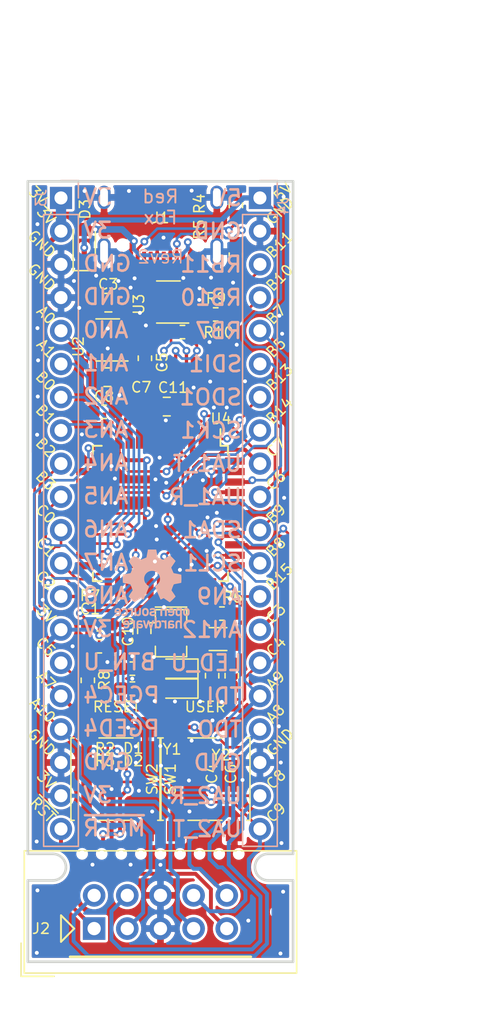
<source format=kicad_pcb>
(kicad_pcb (version 20171130) (host pcbnew 5.1.8-db9833491~88~ubuntu20.04.1)
  (title_block (title "Red fox PIC32MX board") (date 2021-01-17) (rev Rev2) (company Neofoxx) (comment 3 "Fits in DIP40 socket, with breakaway programming header") (comment 4 "PIC32MX \"Red fox\" dev board"))
  (layers (0 F.Cu signal) (31 B.Cu signal) (34 B.Paste user) (35 F.Paste user) (36 B.SilkS user) (37 F.SilkS user) (38 B.Mask user) (39 F.Mask user) (44 Edge.Cuts user))
  (net 0 "")
  (net 1 GND)
  (net 2 "Net-(J1-PadB5)")
  (net 3 /~RESET~)
  (net 4 "Net-(D1-Pad2)")
  (net 5 +3V3)
  (net 6 /LED_USER)
  (net 7 "Net-(D2-Pad2)")
  (net 8 "Net-(J1-PadA5)")
  (net 9 /USBDP)
  (net 10 /USBDM)
  (net 11 +5V)
  (net 12 /SDA1)
  (net 13 /UART1_RX)
  (net 14 /UART1_TX)
  (net 15 /UART2_RX)
  (net 16 /UART2_TX)
  (net 17 /VCAP)
  (net 18 /SDO1)
  (net 19 /TMS/PGED4)
  (net 20 /TCK/PGEC4)
  (net 21 /SCK1)
  (net 22 /RB15/AN9)
  (net 23 /RA0/AN0)
  (net 24 /RA1/AN1)
  (net 25 /RB0/AN2)
  (net 26 /RB1/AN3)
  (net 27 /RB2/AN4)
  (net 28 /RB3/AN5)
  (net 29 /RC0/AN6)
  (net 30 /RC1/AN7)
  (net 31 /RC2/AN8)
  (net 32 /OSC1)
  (net 33 /OSC2)
  (net 34 /TDO)
  (net 35 /SOSCI)
  (net 36 /SOSCO)
  (net 37 /TDI)
  (net 38 /RC3/AN12)
  (net 39 /BTN_USER)
  (net 40 /SDI1)
  (net 41 /RB7)
  (net 42 /SCL1)
  (net 43 "Net-(D3-Pad2)")
  (net 44 "Net-(C6-Pad1)")
  (net 45 "Net-(R8-Pad2)")
  (net 46 /RB11)
  (net 47 /RB10)
  (net 48 "Net-(J1-PadB8)")
  (net 49 "Net-(J1-PadA8)")
  (net 50 "Net-(U2-Pad4)")
  (net 51 "Net-(U3-Pad4)")
  (module Symbol:OSHW-Logo_5.7x6mm_SilkScreen (layer B.Cu) (at 109.855 121.3485 180)
    (fp_text reference MARK2 hide)
    (fp_text value Logo_Open_Hardware_Small hide)
  )
  (module Fiducial:Fiducial_0.5mm_Mask1mm (layer F.Cu) (at 119.38 146.05)
    (fp_text reference FID3 hide)
    (fp_text value Fiducial)
    (pad "" smd circle (at 0 0) (size 0.5 0.5) (layers F.Cu F.Mask) (clearance 0.25))
  )
  (module Fiducial:Fiducial_0.5mm_Mask1mm (layer F.Cu) (at 101.6 146.05)
    (fp_text reference FID2 hide)
    (fp_text value Fiducial)
    (pad "" smd circle (at 0 0) (size 0.5 0.5) (layers F.Cu F.Mask) (clearance 0.25))
  )
  (module Fiducial:Fiducial_0.5mm_Mask1mm (layer F.Cu) (at 110.49 91.313)
    (fp_text reference FID1 hide)
    (fp_text value Fiducial)
    (pad "" smd circle (at 0 0) (size 0.5 0.5) (layers F.Cu F.Mask) (clearance 0.25))
  )
  (module "KiCAD library:MouseBiteHole_0.5mm" (layer F.Cu) (at 116.49 141.605)
    (fp_text reference H9 hide)
    (fp_text value MB_0.5 hide)
    (pad "" np_thru_hole circle (at 0 0) (size 0.5 0.5) (drill 0.5) (layers *.Cu *.Mask))
  )
  (module "KiCAD library:MouseBiteHole_0.5mm" (layer F.Cu) (at 114.99 141.605)
    (fp_text reference H8 hide)
    (fp_text value MB_0.5 hide)
    (pad "" np_thru_hole circle (at 0 0) (size 0.5 0.5) (drill 0.5) (layers *.Cu *.Mask))
  )
  (module "KiCAD library:MouseBiteHole_0.5mm" (layer F.Cu) (at 113.49 141.605)
    (fp_text reference H7 hide)
    (fp_text value MB_0.5 hide)
    (pad "" np_thru_hole circle (at 0 0) (size 0.5 0.5) (drill 0.5) (layers *.Cu *.Mask))
  )
  (module "KiCAD library:FOX_LOGO_MASK" (layer B.Cu) (at 110.109 100.076 180)
    (fp_text reference MARK1 hide)
    (fp_text value LOGO hide)
  )
  (module "KiCAD library:MouseBiteHole_0.5mm" (layer F.Cu) (at 110.49 141.605)
    (fp_text reference H6 hide)
    (fp_text value MB_0.5 hide)
    (pad "" np_thru_hole circle (at 0 0) (size 0.5 0.5) (drill 0.5) (layers *.Cu *.Mask))
  )
  (module "KiCAD library:MouseBiteHole_0.5mm" (layer F.Cu) (at 104.49 141.605)
    (fp_text reference H5 hide)
    (fp_text value MB_0.5 hide)
    (pad "" np_thru_hole circle (at 0 0) (size 0.5 0.5) (drill 0.5) (layers *.Cu *.Mask))
  )
  (module "KiCAD library:MouseBiteHole_0.5mm" (layer F.Cu) (at 111.99 141.605)
    (fp_text reference H4 hide)
    (fp_text value MB_0.5 hide)
    (pad "" np_thru_hole circle (at 0 0) (size 0.5 0.5) (drill 0.5) (layers *.Cu *.Mask))
  )
  (module "KiCAD library:MouseBiteHole_0.5mm" (layer F.Cu) (at 108.99 141.605)
    (fp_text reference H3 hide)
    (fp_text value MB_0.5 hide)
    (pad "" np_thru_hole circle (at 0 0) (size 0.5 0.5) (drill 0.5) (layers *.Cu *.Mask))
  )
  (module "KiCAD library:MouseBiteHole_0.5mm" (layer F.Cu) (at 105.99 141.605)
    (fp_text reference H2 hide)
    (fp_text value MB_0.5 hide)
    (pad "" np_thru_hole circle (at 0 0) (size 0.5 0.5) (drill 0.5) (layers *.Cu *.Mask))
  )
  (module "KiCAD library:MouseBiteHole_0.5mm" (layer F.Cu) (at 107.49 141.605)
    (fp_text reference H1 hide)
    (fp_text value MB_0.5 hide)
    (pad "" np_thru_hole circle (at 0 0) (size 0.5 0.5) (drill 0.5) (layers *.Cu *.Mask))
  )
  (module Capacitor_SMD:C_0805_2012Metric_Pad1.15x1.40mm_HandSolder (layer F.Cu) (at 106.5 99.45 180)
    (fp_text reference C3 (at 0.0105 1.406 180) (layer F.SilkS) (effects (font (size 0.8 0.8) (thickness 0.12))))
    (fp_text value 4u7)
    (pad 2 smd roundrect (at 1.025 0 180) (size 1.15 1.4) (layers F.Cu F.Paste F.Mask) (roundrect_rratio 0.2173904347826087) (net 1 GND))
    (pad 1 smd roundrect (at -1.025 0 180) (size 1.15 1.4) (layers F.Cu F.Paste F.Mask) (roundrect_rratio 0.2173904347826087) (net 11 +5V))
  )
  (module Resistor_SMD:R_0603_1608Metric_Pad1.05x0.95mm_HandSolder (layer F.Cu) (at 108.3395 128.964 180)
    (fp_text reference R3 (at 2.0955 -5.5245) (layer F.SilkS) (effects (font (size 0.8 0.8) (thickness 0.12))))
    (fp_text value 10k)
    (pad 2 smd roundrect (at 0.875 0 180) (size 1.05 0.95) (layers F.Cu F.Paste F.Mask) (net 6 /LED_USER))
    (pad 1 smd roundrect (at -0.875 0 180) (size 1.05 0.95) (layers F.Cu F.Paste F.Mask) (net 7 "Net-(D2-Pad2)"))
  )
  (module LED_SMD:LED_0603_1608Metric_Pad1.05x0.95mm_HandSolder (layer F.Cu) (at 111.705 128.964 180)
    (fp_text reference D2 (at 3.302 -5.5245) (layer F.SilkS) (effects (font (size 0.8 0.8) (thickness 0.12))))
    (fp_text value LED)
    (pad 1 smd roundrect (at -0.875 0 180) (size 1.05 0.95) (layers F.Cu F.Paste F.Mask) (net 1 GND))
    (pad 2 smd roundrect (at 0.875 0 180) (size 1.05 0.95) (layers F.Cu F.Paste F.Mask) (net 7 "Net-(D2-Pad2)"))
  )
  (module Connector_PinHeader_2.54mm:PinHeader_1x20_P2.54mm_Vertical (layer B.Cu) (at 118.11 91.44 180)
    (fp_text reference J4 (at -1.778 -0.635 270) (layer B.SilkS) (effects (font (size 0.8 0.8) (thickness 0.12)) (justify mirror)))
    (fp_text value Conn_01x20)
    (pad 20 thru_hole oval (at 0 -48.26 180) (size 1.7 1.7) (drill 1) (layers *.Cu *.Mask) (net 16 /UART2_TX))
    (pad 19 thru_hole oval (at 0 -45.72 180) (size 1.7 1.7) (drill 1) (layers *.Cu *.Mask) (net 15 /UART2_RX))
    (pad 18 thru_hole oval (at 0 -43.18 180) (size 1.7 1.7) (drill 1) (layers *.Cu *.Mask) (net 1 GND))
    (pad 17 thru_hole oval (at 0 -40.64 180) (size 1.7 1.7) (drill 1) (layers *.Cu *.Mask) (net 34 /TDO))
    (pad 16 thru_hole oval (at 0 -38.1 180) (size 1.7 1.7) (drill 1) (layers *.Cu *.Mask) (net 37 /TDI))
    (pad 15 thru_hole oval (at 0 -35.56 180) (size 1.7 1.7) (drill 1) (layers *.Cu *.Mask) (net 6 /LED_USER))
    (pad 14 thru_hole oval (at 0 -33.02 180) (size 1.7 1.7) (drill 1) (layers *.Cu *.Mask) (net 38 /RC3/AN12))
    (pad 13 thru_hole oval (at 0 -30.48 180) (size 1.7 1.7) (drill 1) (layers *.Cu *.Mask) (net 22 /RB15/AN9))
    (pad 12 thru_hole oval (at 0 -27.94 180) (size 1.7 1.7) (drill 1) (layers *.Cu *.Mask) (net 42 /SCL1))
    (pad 11 thru_hole oval (at 0 -25.4 180) (size 1.7 1.7) (drill 1) (layers *.Cu *.Mask) (net 12 /SDA1))
    (pad 10 thru_hole oval (at 0 -22.86 180) (size 1.7 1.7) (drill 1) (layers *.Cu *.Mask) (net 13 /UART1_RX))
    (pad 9 thru_hole oval (at 0 -20.32 180) (size 1.7 1.7) (drill 1) (layers *.Cu *.Mask) (net 14 /UART1_TX))
    (pad 8 thru_hole oval (at 0 -17.78 180) (size 1.7 1.7) (drill 1) (layers *.Cu *.Mask) (net 21 /SCK1))
    (pad 7 thru_hole oval (at 0 -15.24 180) (size 1.7 1.7) (drill 1) (layers *.Cu *.Mask) (net 18 /SDO1))
    (pad 6 thru_hole oval (at 0 -12.7 180) (size 1.7 1.7) (drill 1) (layers *.Cu *.Mask) (net 40 /SDI1))
    (pad 5 thru_hole oval (at 0 -10.16 180) (size 1.7 1.7) (drill 1) (layers *.Cu *.Mask) (net 41 /RB7))
    (pad 4 thru_hole oval (at 0 -7.62 180) (size 1.7 1.7) (drill 1) (layers *.Cu *.Mask) (net 47 /RB10))
    (pad 3 thru_hole oval (at 0 -5.08 180) (size 1.7 1.7) (drill 1) (layers *.Cu *.Mask) (net 46 /RB11))
    (pad 2 thru_hole oval (at 0 -2.54 180) (size 1.7 1.7) (drill 1) (layers *.Cu *.Mask) (net 1 GND))
    (pad 1 thru_hole rect (at 0 0 180) (size 1.7 1.7) (drill 1) (layers *.Cu *.Mask) (net 11 +5V))
  )
  (module Connector_PinHeader_2.54mm:PinHeader_1x20_P2.54mm_Vertical (layer B.Cu) (at 102.87 91.44 180)
    (fp_text reference J3 (at 1.524 0 270) (layer B.SilkS) (effects (font (size 0.8 0.8) (thickness 0.12)) (justify mirror)))
    (fp_text value Conn_01x20)
    (pad 1 thru_hole rect (at 0 0 180) (size 1.7 1.7) (drill 1) (layers *.Cu *.Mask) (net 5 +3V3))
    (pad 2 thru_hole oval (at 0 -2.54 180) (size 1.7 1.7) (drill 1) (layers *.Cu *.Mask) (net 5 +3V3))
    (pad 3 thru_hole oval (at 0 -5.08 180) (size 1.7 1.7) (drill 1) (layers *.Cu *.Mask) (net 1 GND))
    (pad 4 thru_hole oval (at 0 -7.62 180) (size 1.7 1.7) (drill 1) (layers *.Cu *.Mask) (net 1 GND))
    (pad 5 thru_hole oval (at 0 -10.16 180) (size 1.7 1.7) (drill 1) (layers *.Cu *.Mask) (net 23 /RA0/AN0))
    (pad 6 thru_hole oval (at 0 -12.7 180) (size 1.7 1.7) (drill 1) (layers *.Cu *.Mask) (net 24 /RA1/AN1))
    (pad 7 thru_hole oval (at 0 -15.24 180) (size 1.7 1.7) (drill 1) (layers *.Cu *.Mask) (net 25 /RB0/AN2))
    (pad 8 thru_hole oval (at 0 -17.78 180) (size 1.7 1.7) (drill 1) (layers *.Cu *.Mask) (net 26 /RB1/AN3))
    (pad 9 thru_hole oval (at 0 -20.32 180) (size 1.7 1.7) (drill 1) (layers *.Cu *.Mask) (net 27 /RB2/AN4))
    (pad 10 thru_hole oval (at 0 -22.86 180) (size 1.7 1.7) (drill 1) (layers *.Cu *.Mask) (net 28 /RB3/AN5))
    (pad 11 thru_hole oval (at 0 -25.4 180) (size 1.7 1.7) (drill 1) (layers *.Cu *.Mask) (net 29 /RC0/AN6))
    (pad 12 thru_hole oval (at 0 -27.94 180) (size 1.7 1.7) (drill 1) (layers *.Cu *.Mask) (net 30 /RC1/AN7))
    (pad 13 thru_hole oval (at 0 -30.48 180) (size 1.7 1.7) (drill 1) (layers *.Cu *.Mask) (net 31 /RC2/AN8))
    (pad 14 thru_hole oval (at 0 -33.02 180) (size 1.7 1.7) (drill 1) (layers *.Cu *.Mask) (net 5 +3V3))
    (pad 15 thru_hole oval (at 0 -35.56 180) (size 1.7 1.7) (drill 1) (layers *.Cu *.Mask) (net 39 /BTN_USER))
    (pad 16 thru_hole oval (at 0 -38.1 180) (size 1.7 1.7) (drill 1) (layers *.Cu *.Mask) (net 20 /TCK/PGEC4))
    (pad 17 thru_hole oval (at 0 -40.64 180) (size 1.7 1.7) (drill 1) (layers *.Cu *.Mask) (net 19 /TMS/PGED4))
    (pad 18 thru_hole oval (at 0 -43.18 180) (size 1.7 1.7) (drill 1) (layers *.Cu *.Mask) (net 1 GND))
    (pad 19 thru_hole oval (at 0 -45.72 180) (size 1.7 1.7) (drill 1) (layers *.Cu *.Mask) (net 5 +3V3))
    (pad 20 thru_hole oval (at 0 -48.26 180) (size 1.7 1.7) (drill 1) (layers *.Cu *.Mask) (net 3 /~RESET~))
  )
  (module Button_Switch_SMD:SW_SPST_B3S-1000 (layer F.Cu) (at 113.9 135.89 90)
    (fp_text reference SW1 (at 0 -2.648 90) (layer F.SilkS) (effects (font (size 0.8 0.8) (thickness 0.12))))
    (fp_text value SW_Push)
    (pad 1 smd rect (at -3.975 -2.25 90) (size 1.55 1.3) (layers F.Cu F.Paste F.Mask) (net 39 /BTN_USER))
    (pad 1 smd rect (at 3.975 -2.25 90) (size 1.55 1.3) (layers F.Cu F.Paste F.Mask) (net 39 /BTN_USER))
    (pad 2 smd rect (at -3.975 2.25 90) (size 1.55 1.3) (layers F.Cu F.Paste F.Mask) (net 1 GND))
    (pad 2 smd rect (at 3.975 2.25 90) (size 1.55 1.3) (layers F.Cu F.Paste F.Mask) (net 1 GND))
  )
  (module Button_Switch_SMD:SW_SPST_B3S-1000 (layer F.Cu) (at 107.08 135.89 90)
    (fp_text reference SW2 (at 0 2.775 90) (layer F.SilkS) (effects (font (size 0.8 0.8) (thickness 0.12))))
    (fp_text value SW_Push)
    (pad 2 smd rect (at 3.975 2.25 90) (size 1.55 1.3) (layers F.Cu F.Paste F.Mask) (net 1 GND))
    (pad 2 smd rect (at -3.975 2.25 90) (size 1.55 1.3) (layers F.Cu F.Paste F.Mask) (net 1 GND))
    (pad 1 smd rect (at 3.975 -2.25 90) (size 1.55 1.3) (layers F.Cu F.Paste F.Mask) (net 45 "Net-(R8-Pad2)"))
    (pad 1 smd rect (at -3.975 -2.25 90) (size 1.55 1.3) (layers F.Cu F.Paste F.Mask) (net 45 "Net-(R8-Pad2)"))
  )
  (module Resistor_SMD:R_0603_1608Metric_Pad1.05x0.95mm_HandSolder (layer F.Cu) (at 112.175 101.7 180)
    (fp_text reference R10 (at -2.76 -0.027 180) (layer F.SilkS) (effects (font (size 0.8 0.8) (thickness 0.12))))
    (fp_text value DNS)
    (pad 2 smd roundrect (at 0.875 0 180) (size 1.05 0.95) (layers F.Cu F.Paste F.Mask) (net 9 /USBDP))
    (pad 1 smd roundrect (at -0.875 0 180) (size 1.05 0.95) (layers F.Cu F.Paste F.Mask) (net 47 /RB10))
  )
  (module Resistor_SMD:R_0603_1608Metric_Pad1.05x0.95mm_HandSolder (layer F.Cu) (at 114.725 100.35 180)
    (fp_text reference R9 (at -0.0195 1.2265 180) (layer F.SilkS) (effects (font (size 0.8 0.8) (thickness 0.12))))
    (fp_text value DNS)
    (pad 1 smd roundrect (at -0.875 0 180) (size 1.05 0.95) (layers F.Cu F.Paste F.Mask) (net 46 /RB11))
    (pad 2 smd roundrect (at 0.875 0 180) (size 1.05 0.95) (layers F.Cu F.Paste F.Mask) (net 10 /USBDM))
  )
  (module Resistor_SMD:R_0603_1608Metric_Pad1.05x0.95mm_HandSolder (layer F.Cu) (at 104.925 128.3335 270)
    (fp_text reference R8 (at 0 -1.27 90) (layer F.SilkS) (effects (font (size 0.8 0.8) (thickness 0.12))))
    (fp_text value 100R)
    (pad 1 smd roundrect (at -0.875 0 270) (size 1.05 0.95) (layers F.Cu F.Paste F.Mask) (net 3 /~RESET~))
    (pad 2 smd roundrect (at 0.875 0 270) (size 1.05 0.95) (layers F.Cu F.Paste F.Mask) (net 45 "Net-(R8-Pad2)"))
  )
  (module Capacitor_SMD:C_0603_1608Metric_Pad1.05x0.95mm_HandSolder (layer F.Cu) (at 105.806501 125.73)
    (fp_text reference C1 (at -0.714001 -2.8575) (layer F.SilkS) (effects (font (size 0.8 0.8) (thickness 0.12))))
    (fp_text value 100nF)
    (pad 2 smd roundrect (at 0.874999 0) (size 1.05 0.95) (layers F.Cu F.Paste F.Mask) (net 1 GND))
    (pad 1 smd roundrect (at -0.874999 0) (size 1.05 0.95) (layers F.Cu F.Paste F.Mask) (net 3 /~RESET~))
  )
  (module Resistor_SMD:R_0603_1608Metric_Pad1.05x0.95mm_HandSolder (layer F.Cu) (at 105.8065 124.0485)
    (fp_text reference R7 (at -0.714 -2.192) (layer F.SilkS) (effects (font (size 0.8 0.8) (thickness 0.12))))
    (fp_text value 10k)
    (pad 1 smd roundrect (at -0.875 0) (size 1.05 0.95) (layers F.Cu F.Paste F.Mask) (net 3 /~RESET~))
    (pad 2 smd roundrect (at 0.875 0) (size 1.05 0.95) (layers F.Cu F.Paste F.Mask) (net 5 +3V3))
  )
  (module Package_TO_SOT_SMD:SOT-23-6 (layer F.Cu) (at 111.1 99.4 180)
    (fp_text reference U3 (at 2.261 -0.168 270) (layer F.SilkS) (effects (font (size 0.8 0.8) (thickness 0.12))))
    (fp_text value SRV05-4)
    (pad 1 smd rect (at -1.1 -0.95 180) (size 1.06 0.65) (layers F.Cu F.Paste F.Mask) (net 10 /USBDM))
    (pad 2 smd rect (at -1.1 0 180) (size 1.06 0.65) (layers F.Cu F.Paste F.Mask) (net 1 GND))
    (pad 3 smd rect (at -1.1 0.95 180) (size 1.06 0.65) (layers F.Cu F.Paste F.Mask) (net 1 GND))
    (pad 4 smd rect (at 1.1 0.95 180) (size 1.06 0.65) (layers F.Cu F.Paste F.Mask) (net 51 "Net-(U3-Pad4)"))
    (pad 6 smd rect (at 1.1 -0.95 180) (size 1.06 0.65) (layers F.Cu F.Paste F.Mask) (net 9 /USBDP))
    (pad 5 smd rect (at 1.1 0 180) (size 1.06 0.65) (layers F.Cu F.Paste F.Mask) (net 11 +5V))
  )
  (module Crystal:Crystal_SMD_3215-2Pin_3.2x1.5mm (layer F.Cu) (at 114.9 125.18 180)
    (fp_text reference Y2 (at -0.2255 -8.8685) (layer F.SilkS) (effects (font (size 0.8 0.8) (thickness 0.12))))
    (fp_text value Crystal)
    (pad 1 smd rect (at 1.25 0 180) (size 1 1.8) (layers F.Cu F.Paste F.Mask) (net 35 /SOSCI))
    (pad 2 smd rect (at -1.25 0 180) (size 1 1.8) (layers F.Cu F.Paste F.Mask) (net 44 "Net-(C6-Pad1)"))
  )
  (module Crystal:Resonator_SMD_muRata_CSTxExxV-3Pin_3.0x1.1mm (layer F.Cu) (at 111.3 124.73 270)
    (fp_text reference Y1 (at 8.874 -0.079) (layer F.SilkS) (effects (font (size 0.8 0.8) (thickness 0.12))))
    (fp_text value Crystal_GND2)
    (pad 1 smd rect (at -1.2 0 270) (size 0.4 1.9) (layers F.Cu F.Paste F.Mask) (net 32 /OSC1))
    (pad 2 smd rect (at 0 0 270) (size 0.4 1.9) (layers F.Cu F.Paste F.Mask) (net 1 GND))
    (pad 3 smd rect (at 1.2 0 270) (size 0.4 1.9) (layers F.Cu F.Paste F.Mask) (net 33 /OSC2))
  )
  (module Resistor_SMD:R_0603_1608Metric_Pad1.05x0.95mm_HandSolder (layer F.Cu) (at 115.2 123.23 180)
    (fp_text reference R6 (at -0.8145 1.2465 180) (layer F.SilkS) (effects (font (size 0.8 0.8) (thickness 0.12))))
    (fp_text value 2k2)
    (pad 2 smd roundrect (at 0.875 0 180) (size 1.05 0.95) (layers F.Cu F.Paste F.Mask) (net 44 "Net-(C6-Pad1)"))
    (pad 1 smd roundrect (at -0.875 0 180) (size 1.05 0.95) (layers F.Cu F.Paste F.Mask) (net 36 /SOSCO))
  )
  (module Capacitor_SMD:C_0603_1608Metric_Pad1.05x0.95mm_HandSolder (layer F.Cu) (at 114.45 127.98 270)
    (fp_text reference C4 (at 7.5015 0.023 90) (layer F.SilkS) (effects (font (size 0.8 0.8) (thickness 0.12))))
    (fp_text value 27pF)
    (pad 2 smd roundrect (at 0.875 0 270) (size 1.05 0.95) (layers F.Cu F.Paste F.Mask) (net 1 GND))
    (pad 1 smd roundrect (at -0.875 0 270) (size 1.05 0.95) (layers F.Cu F.Paste F.Mask) (net 35 /SOSCI))
  )
  (module Capacitor_SMD:C_0603_1608Metric_Pad1.05x0.95mm_HandSolder (layer F.Cu) (at 109.3 103.7 270)
    (fp_text reference C5 (at 0.313 -1.317 90) (layer F.SilkS) (effects (font (size 0.8 0.8) (thickness 0.12))))
    (fp_text value 100nF)
    (pad 2 smd roundrect (at 0.875 0 270) (size 1.05 0.95) (layers F.Cu F.Paste F.Mask) (net 1 GND))
    (pad 1 smd roundrect (at -0.875 0 270) (size 1.05 0.95) (layers F.Cu F.Paste F.Mask) (net 11 +5V))
  )
  (module Capacitor_SMD:C_0603_1608Metric_Pad1.05x0.95mm_HandSolder (layer F.Cu) (at 115.95 127.98 270)
    (fp_text reference C6 (at 7.5015 0.0615 270) (layer F.SilkS) (effects (font (size 0.8 0.8) (thickness 0.12))))
    (fp_text value 27pF)
    (pad 1 smd roundrect (at -0.875 0 270) (size 1.05 0.95) (layers F.Cu F.Paste F.Mask) (net 44 "Net-(C6-Pad1)"))
    (pad 2 smd roundrect (at 0.875 0 270) (size 1.05 0.95) (layers F.Cu F.Paste F.Mask) (net 1 GND))
  )
  (module Capacitor_SMD:C_0603_1608Metric_Pad1.05x0.95mm_HandSolder (layer F.Cu) (at 106.175 107.8 180)
    (fp_text reference C8 (at 0.003 1.1708) (layer F.SilkS) (effects (font (size 0.8 0.8) (thickness 0.12))))
    (fp_text value 100nF)
    (pad 2 smd roundrect (at 0.875 0 180) (size 1.05 0.95) (layers F.Cu F.Paste F.Mask) (net 1 GND))
    (pad 1 smd roundrect (at -0.875 0 180) (size 1.05 0.95) (layers F.Cu F.Paste F.Mask) (net 5 +3V3))
  )
  (module Capacitor_SMD:C_0603_1608Metric_Pad1.05x0.95mm_HandSolder (layer F.Cu) (at 109.25 124.58 270)
    (fp_text reference C10 (at 0.007 1.2365 90) (layer F.SilkS) (effects (font (size 0.8 0.8) (thickness 0.12))))
    (fp_text value 100nF)
    (pad 2 smd roundrect (at 0.875 0 270) (size 1.05 0.95) (layers F.Cu F.Paste F.Mask) (net 1 GND))
    (pad 1 smd roundrect (at -0.875 0 270) (size 1.05 0.95) (layers F.Cu F.Paste F.Mask) (net 5 +3V3))
  )
  (module Capacitor_SMD:C_0805_2012Metric_Pad1.15x1.40mm_HandSolder (layer F.Cu) (at 106.425 105.15)
    (fp_text reference C7 (at 2.5918 0.768) (layer F.SilkS) (effects (font (size 0.8 0.8) (thickness 0.12))))
    (fp_text value 4u7)
    (pad 1 smd roundrect (at -1.025 0) (size 1.15 1.4) (layers F.Cu F.Paste F.Mask) (roundrect_rratio 0.2173904347826087) (net 5 +3V3))
    (pad 2 smd roundrect (at 1.025 0) (size 1.15 1.4) (layers F.Cu F.Paste F.Mask) (roundrect_rratio 0.2173904347826087) (net 1 GND))
  )
  (module Capacitor_SMD:C_0805_2012Metric_Pad1.15x1.40mm_HandSolder (layer F.Cu) (at 110.975 107.4)
    (fp_text reference C11 (at 0.4802 -1.4605) (layer F.SilkS) (effects (font (size 0.8 0.8) (thickness 0.12))))
    (fp_text value 10uF)
    (pad 1 smd roundrect (at -1.025 0) (size 1.15 1.4) (layers F.Cu F.Paste F.Mask) (roundrect_rratio 0.2173904347826087) (net 17 /VCAP))
    (pad 2 smd roundrect (at 1.025 0) (size 1.15 1.4) (layers F.Cu F.Paste F.Mask) (roundrect_rratio 0.2173904347826087) (net 1 GND))
  )
  (module Connector_IDC:IDC-Header_2x05_P2.54mm_Vertical (layer F.Cu) (at 105.41 147.32 90)
    (fp_text reference J2 (at 0 -4.064 180) (layer F.SilkS) (effects (font (size 0.8 0.8) (thickness 0.12))))
    (fp_text value Conn_02x05_Odd_Even)
    (pad 1 thru_hole rect (at 0 0 90) (size 1.7272 1.7272) (drill 1.016) (layers *.Cu *.Mask) (net 3 /~RESET~))
    (pad 2 thru_hole oval (at 2.54 0 90) (size 1.7272 1.7272) (drill 1.016) (layers *.Cu *.Mask) (net 16 /UART2_TX))
    (pad 3 thru_hole oval (at 0 2.54 90) (size 1.7272 1.7272) (drill 1.016) (layers *.Cu *.Mask) (net 5 +3V3))
    (pad 4 thru_hole oval (at 2.54 2.54 90) (size 1.7272 1.7272) (drill 1.016) (layers *.Cu *.Mask) (net 15 /UART2_RX))
    (pad 5 thru_hole oval (at 0 5.08 90) (size 1.7272 1.7272) (drill 1.016) (layers *.Cu *.Mask) (net 1 GND))
    (pad 6 thru_hole oval (at 2.54 5.08 90) (size 1.7272 1.7272) (drill 1.016) (layers *.Cu *.Mask) (net 1 GND))
    (pad 7 thru_hole oval (at 0 7.62 90) (size 1.7272 1.7272) (drill 1.016) (layers *.Cu *.Mask) (net 19 /TMS/PGED4))
    (pad 8 thru_hole oval (at 2.54 7.62 90) (size 1.7272 1.7272) (drill 1.016) (layers *.Cu *.Mask) (net 34 /TDO))
    (pad 9 thru_hole oval (at 0 10.16 90) (size 1.7272 1.7272) (drill 1.016) (layers *.Cu *.Mask) (net 20 /TCK/PGEC4))
    (pad 10 thru_hole oval (at 2.54 10.16 90) (size 1.7272 1.7272) (drill 1.016) (layers *.Cu *.Mask) (net 37 /TDI))
  )
  (module Diode_SMD:D_SOD-323_HandSoldering (layer F.Cu) (at 104.65 95.1 90)
    (fp_text reference D3 (at 2.794 0.0635 90) (layer F.SilkS) (effects (font (size 0.8 0.8) (thickness 0.12))))
    (fp_text value D_Schottky)
    (pad 2 smd rect (at 1.25 0 90) (size 1 1) (layers F.Cu F.Paste F.Mask) (net 43 "Net-(D3-Pad2)"))
    (pad 1 smd rect (at -1.25 0 90) (size 1 1) (layers F.Cu F.Paste F.Mask) (net 11 +5V))
  )
  (module "KiCAD library:Jing USB C 2.0 16pin receptable" (layer F.Cu) (at 110.49 88.7984 180)
    (fp_text reference J1 (at 0 -4.1656 180) (layer F.SilkS) (effects (font (size 0.8 0.8) (thickness 0.12))))
    (fp_text value USB_C_Receptacle_USB2.0)
    (pad B5 smd rect (at 1.75 -7.5 180) (size 0.3 1.5) (layers F.Cu F.Paste F.Mask) (net 2 "Net-(J1-PadB5)"))
    (pad B8 smd rect (at -1.75 -7.5 180) (size 0.3 1.5) (layers F.Cu F.Paste F.Mask) (net 48 "Net-(J1-PadB8)"))
    (pad A8 smd rect (at 1.25 -7.5 180) (size 0.3 1.5) (layers F.Cu F.Paste F.Mask) (net 49 "Net-(J1-PadA8)"))
    (pad A5 smd rect (at -1.25 -7.5 180) (size 0.3 1.5) (layers F.Cu F.Paste F.Mask) (net 8 "Net-(J1-PadA5)"))
    (pad B6 smd rect (at 0.75 -7.5 180) (size 0.3 1.5) (layers F.Cu F.Paste F.Mask) (net 9 /USBDP))
    (pad B7 smd rect (at -0.75 -7.5 180) (size 0.3 1.5) (layers F.Cu F.Paste F.Mask) (net 10 /USBDM))
    (pad A7 smd rect (at 0.25 -7.5 180) (size 0.3 1.5) (layers F.Cu F.Paste F.Mask) (net 10 /USBDM))
    (pad A6 smd rect (at -0.25 -7.5 180) (size 0.3 1.5) (layers F.Cu F.Paste F.Mask) (net 9 /USBDP))
    (pad A1 smd rect (at 3.2 -7.5 180) (size 0.6 1.5) (layers F.Cu F.Paste F.Mask) (net 1 GND))
    (pad A4 smd rect (at 2.4 -7.5 180) (size 0.6 1.5) (layers F.Cu F.Paste F.Mask) (net 43 "Net-(D3-Pad2)"))
    (pad A1 smd rect (at -3.2 -7.5 180) (size 0.6 1.5) (layers F.Cu F.Paste F.Mask) (net 1 GND))
    (pad A4 smd rect (at -2.4 -7.5 180) (size 0.6 1.5) (layers F.Cu F.Paste F.Mask) (net 43 "Net-(D3-Pad2)"))
    (pad "" np_thru_hole circle (at -2.89 -6.25 180) (size 0.65 0.65) (drill 0.65) (layers *.Cu *.Mask))
    (pad "" np_thru_hole circle (at 2.89 -6.25 180) (size 0.65 0.65) (drill 0.65) (layers *.Cu *.Mask))
    (pad S1 thru_hole oval (at 4.32 -2.6 180) (size 1 1.8) (drill oval 0.6 1.4) (layers *.Cu *.Mask) (net 1 GND))
    (pad S1 thru_hole oval (at -4.32 -2.6 180) (size 1 1.8) (drill oval 0.6 1.4) (layers *.Cu *.Mask) (net 1 GND))
    (pad S1 thru_hole oval (at 4.32 -6.75 180) (size 1 2.1) (drill oval 0.6 1.7) (layers *.Cu *.Mask) (net 1 GND))
    (pad S1 thru_hole oval (at -4.32 -6.75 180) (size 1 2.1) (drill oval 0.6 1.7) (layers *.Cu *.Mask) (net 1 GND))
  )
  (module LED_SMD:LED_0603_1608Metric_Pad1.05x0.95mm_HandSolder (layer F.Cu) (at 111.705 127.44 180)
    (fp_text reference D1 (at 3.302 -6.096) (layer F.SilkS) (effects (font (size 0.8 0.8) (thickness 0.12))))
    (fp_text value LED)
    (pad 2 smd roundrect (at 0.875 0 180) (size 1.05 0.95) (layers F.Cu F.Paste F.Mask) (net 4 "Net-(D1-Pad2)"))
    (pad 1 smd roundrect (at -0.875 0 180) (size 1.05 0.95) (layers F.Cu F.Paste F.Mask) (net 1 GND))
  )
  (module Package_QFP:TQFP-44_10x10mm_P0.8mm (layer F.Cu) (at 110.49 115.57 270)
    (fp_text reference U4 (at -7.239 -4.6355) (layer F.SilkS) (effects (font (size 0.8 0.8) (thickness 0.12))))
    (fp_text value PIC32MX270F256D-IPT)
    (pad 1 smd rect (at -5.7 -4 270) (size 1.5 0.55) (layers F.Cu F.Paste F.Mask) (net 12 /SDA1))
    (pad 2 smd rect (at -5.7 -3.2 270) (size 1.5 0.55) (layers F.Cu F.Paste F.Mask) (net 13 /UART1_RX))
    (pad 3 smd rect (at -5.7 -2.4 270) (size 1.5 0.55) (layers F.Cu F.Paste F.Mask) (net 14 /UART1_TX))
    (pad 4 smd rect (at -5.7 -1.6 270) (size 1.5 0.55) (layers F.Cu F.Paste F.Mask) (net 15 /UART2_RX))
    (pad 5 smd rect (at -5.7 -0.8 270) (size 1.5 0.55) (layers F.Cu F.Paste F.Mask) (net 16 /UART2_TX))
    (pad 6 smd rect (at -5.7 0 270) (size 1.5 0.55) (layers F.Cu F.Paste F.Mask) (net 1 GND))
    (pad 7 smd rect (at -5.7 0.8 270) (size 1.5 0.55) (layers F.Cu F.Paste F.Mask) (net 17 /VCAP))
    (pad 8 smd rect (at -5.7 1.6 270) (size 1.5 0.55) (layers F.Cu F.Paste F.Mask) (net 9 /USBDP))
    (pad 9 smd rect (at -5.7 2.4 270) (size 1.5 0.55) (layers F.Cu F.Paste F.Mask) (net 10 /USBDM))
    (pad 10 smd rect (at -5.7 3.2 270) (size 1.5 0.55) (layers F.Cu F.Paste F.Mask) (net 5 +3V3))
    (pad 11 smd rect (at -5.7 4 270) (size 1.5 0.55) (layers F.Cu F.Paste F.Mask) (net 18 /SDO1))
    (pad 12 smd rect (at -4 5.7) (size 1.5 0.55) (layers F.Cu F.Paste F.Mask) (net 19 /TMS/PGED4))
    (pad 13 smd rect (at -3.2 5.7) (size 1.5 0.55) (layers F.Cu F.Paste F.Mask) (net 20 /TCK/PGEC4))
    (pad 14 smd rect (at -2.4 5.7) (size 1.5 0.55) (layers F.Cu F.Paste F.Mask) (net 21 /SCK1))
    (pad 15 smd rect (at -1.6 5.7) (size 1.5 0.55) (layers F.Cu F.Paste F.Mask) (net 22 /RB15/AN9))
    (pad 16 smd rect (at -0.8 5.7) (size 1.5 0.55) (layers F.Cu F.Paste F.Mask) (net 1 GND))
    (pad 17 smd rect (at 0 5.7) (size 1.5 0.55) (layers F.Cu F.Paste F.Mask) (net 5 +3V3))
    (pad 18 smd rect (at 0.8 5.7) (size 1.5 0.55) (layers F.Cu F.Paste F.Mask) (net 3 /~RESET~))
    (pad 19 smd rect (at 1.6 5.7) (size 1.5 0.55) (layers F.Cu F.Paste F.Mask) (net 23 /RA0/AN0))
    (pad 20 smd rect (at 2.4 5.7) (size 1.5 0.55) (layers F.Cu F.Paste F.Mask) (net 24 /RA1/AN1))
    (pad 21 smd rect (at 3.2 5.7) (size 1.5 0.55) (layers F.Cu F.Paste F.Mask) (net 25 /RB0/AN2))
    (pad 22 smd rect (at 4 5.7) (size 1.5 0.55) (layers F.Cu F.Paste F.Mask) (net 26 /RB1/AN3))
    (pad 23 smd rect (at 5.7 4 270) (size 1.5 0.55) (layers F.Cu F.Paste F.Mask) (net 27 /RB2/AN4))
    (pad 24 smd rect (at 5.7 3.2 270) (size 1.5 0.55) (layers F.Cu F.Paste F.Mask) (net 28 /RB3/AN5))
    (pad 25 smd rect (at 5.7 2.4 270) (size 1.5 0.55) (layers F.Cu F.Paste F.Mask) (net 29 /RC0/AN6))
    (pad 26 smd rect (at 5.7 1.6 270) (size 1.5 0.55) (layers F.Cu F.Paste F.Mask) (net 30 /RC1/AN7))
    (pad 27 smd rect (at 5.7 0.8 270) (size 1.5 0.55) (layers F.Cu F.Paste F.Mask) (net 31 /RC2/AN8))
    (pad 28 smd rect (at 5.7 0 270) (size 1.5 0.55) (layers F.Cu F.Paste F.Mask) (net 5 +3V3))
    (pad 29 smd rect (at 5.7 -0.8 270) (size 1.5 0.55) (layers F.Cu F.Paste F.Mask) (net 1 GND))
    (pad 30 smd rect (at 5.7 -1.6 270) (size 1.5 0.55) (layers F.Cu F.Paste F.Mask) (net 32 /OSC1))
    (pad 31 smd rect (at 5.7 -2.4 270) (size 1.5 0.55) (layers F.Cu F.Paste F.Mask) (net 33 /OSC2))
    (pad 32 smd rect (at 5.7 -3.2 270) (size 1.5 0.55) (layers F.Cu F.Paste F.Mask) (net 34 /TDO))
    (pad 33 smd rect (at 5.7 -4 270) (size 1.5 0.55) (layers F.Cu F.Paste F.Mask) (net 35 /SOSCI))
    (pad 34 smd rect (at 4 -5.7) (size 1.5 0.55) (layers F.Cu F.Paste F.Mask) (net 36 /SOSCO))
    (pad 35 smd rect (at 3.2 -5.7) (size 1.5 0.55) (layers F.Cu F.Paste F.Mask) (net 37 /TDI))
    (pad 36 smd rect (at 2.4 -5.7) (size 1.5 0.55) (layers F.Cu F.Paste F.Mask) (net 38 /RC3/AN12))
    (pad 37 smd rect (at 1.6 -5.7) (size 1.5 0.55) (layers F.Cu F.Paste F.Mask) (net 6 /LED_USER))
    (pad 38 smd rect (at 0.8 -5.7) (size 1.5 0.55) (layers F.Cu F.Paste F.Mask) (net 39 /BTN_USER))
    (pad 39 smd rect (at 0 -5.7) (size 1.5 0.55) (layers F.Cu F.Paste F.Mask) (net 1 GND))
    (pad 40 smd rect (at -0.8 -5.7) (size 1.5 0.55) (layers F.Cu F.Paste F.Mask) (net 5 +3V3))
    (pad 41 smd rect (at -1.6 -5.7) (size 1.5 0.55) (layers F.Cu F.Paste F.Mask) (net 40 /SDI1))
    (pad 42 smd rect (at -2.4 -5.7) (size 1.5 0.55) (layers F.Cu F.Paste F.Mask) (net 11 +5V))
    (pad 43 smd rect (at -3.2 -5.7) (size 1.5 0.55) (layers F.Cu F.Paste F.Mask) (net 41 /RB7))
    (pad 44 smd rect (at -4 -5.7) (size 1.5 0.55) (layers F.Cu F.Paste F.Mask) (net 42 /SCL1))
  )
  (module Package_TO_SOT_SMD:SOT-23-5 (layer F.Cu) (at 106.45 102.3 180)
    (fp_text reference U2 (at 2.2465 -0.5065 270) (layer F.SilkS) (effects (font (size 0.8 0.8) (thickness 0.12))))
    (fp_text value LN1134A332MR-G)
    (pad 5 smd rect (at 1.1 -0.95 180) (size 1.06 0.65) (layers F.Cu F.Paste F.Mask) (net 5 +3V3))
    (pad 4 smd rect (at 1.1 0.95 180) (size 1.06 0.65) (layers F.Cu F.Paste F.Mask) (net 50 "Net-(U2-Pad4)"))
    (pad 3 smd rect (at -1.1 0.95 180) (size 1.06 0.65) (layers F.Cu F.Paste F.Mask) (net 11 +5V))
    (pad 2 smd rect (at -1.099999 0 180) (size 1.06 0.65) (layers F.Cu F.Paste F.Mask) (net 1 GND))
    (pad 1 smd rect (at -1.1 -0.95 180) (size 1.06 0.65) (layers F.Cu F.Paste F.Mask) (net 11 +5V))
  )
  (module Resistor_SMD:R_0603_1608Metric_Pad1.05x0.95mm_HandSolder (layer F.Cu) (at 116.2685 92.0115 270)
    (fp_text reference R4 (at -0.127 2.794 270) (layer F.SilkS) (effects (font (size 0.8 0.8) (thickness 0.12))))
    (fp_text value 5k1)
    (pad 1 smd roundrect (at -0.875 0 270) (size 1.05 0.95) (layers F.Cu F.Paste F.Mask) (net 1 GND))
    (pad 2 smd roundrect (at 0.875 0 270) (size 1.05 0.95) (layers F.Cu F.Paste F.Mask) (net 2 "Net-(J1-PadB5)"))
  )
  (module Resistor_SMD:R_0603_1608Metric_Pad1.05x0.95mm_HandSolder (layer F.Cu) (at 108.3395 127.44 180)
    (fp_text reference R2 (at 2.0955 -6.096) (layer F.SilkS) (effects (font (size 0.8 0.8) (thickness 0.12))))
    (fp_text value 10k)
    (pad 1 smd roundrect (at -0.875 0 180) (size 1.05 0.95) (layers F.Cu F.Paste F.Mask) (net 4 "Net-(D1-Pad2)"))
    (pad 2 smd roundrect (at 0.875 0 180) (size 1.05 0.95) (layers F.Cu F.Paste F.Mask) (net 5 +3V3))
  )
  (module Resistor_SMD:R_0603_1608Metric_Pad1.05x0.95mm_HandSolder (layer F.Cu) (at 116.2685 95.8215 90)
    (fp_text reference R5 (at 1.9685 -2.794 90) (layer F.SilkS) (effects (font (size 0.8 0.8) (thickness 0.12))))
    (fp_text value 5k1)
    (pad 1 smd roundrect (at -0.875 0 90) (size 1.05 0.95) (layers F.Cu F.Paste F.Mask) (net 1 GND))
    (pad 2 smd roundrect (at 0.875 0 90) (size 1.05 0.95) (layers F.Cu F.Paste F.Mask) (net 8 "Net-(J1-PadA5)"))
  )
  (gr_text USER (at 113.919 130.3655) (layer F.SilkS) (effects (font (size 0.8 0.8) (thickness 0.12))))
  (gr_text RESET (at 107.1245 130.3655) (layer F.SilkS) (effects (font (size 0.8 0.8) (thickness 0.12))))
  (gr_line (start 102.87 148.336) (end 102.87 146.304) (layer F.SilkS) (width 0.15))
  (gr_line (start 103.886 147.32) (end 102.87 148.336) (layer F.SilkS) (width 0.15))
  (gr_line (start 103.886 147.32) (end 102.87 146.304) (layer F.SilkS) (width 0.15))
  (gr_text ~MCLR~ (at 104.4575 139.6365) (layer B.SilkS) (effects (font (size 1.2 1.2) (thickness 0.2)) (justify right mirror)))
  (gr_text 3V (at 104.4575 137.0965) (layer B.SilkS) (effects (font (size 1.2 1.2) (thickness 0.2)) (justify right mirror)))
  (gr_text GND (at 104.4575 134.5565) (layer B.SilkS) (effects (font (size 1.2 1.2) (thickness 0.2)) (justify right mirror)))
  (gr_text PGED4 (at 104.4575 132.0165) (layer B.SilkS) (effects (font (size 1.2 1.2) (thickness 0.2)) (justify right mirror)))
  (gr_text PGEC4 (at 104.4575 129.4765) (layer B.SilkS) (effects (font (size 1.2 1.2) (thickness 0.2)) (justify right mirror)))
  (gr_text BTN_U (at 104.4575 126.9365) (layer B.SilkS) (effects (font (size 1.2 1.2) (thickness 0.2)) (justify right mirror)))
  (gr_text 3V (at 104.4575 124.3965) (layer B.SilkS) (effects (font (size 1.2 1.2) (thickness 0.2)) (justify right mirror)))
  (gr_text AN8 (at 104.4575 121.8565) (layer B.SilkS) (effects (font (size 1.2 1.2) (thickness 0.2)) (justify right mirror)))
  (gr_text AN7 (at 104.4575 119.3165) (layer B.SilkS) (effects (font (size 1.2 1.2) (thickness 0.2)) (justify right mirror)))
  (gr_text AN6 (at 104.4575 116.7765) (layer B.SilkS) (effects (font (size 1.2 1.2) (thickness 0.2)) (justify right mirror)))
  (gr_text AN5 (at 104.4575 114.2365) (layer B.SilkS) (effects (font (size 1.2 1.2) (thickness 0.2)) (justify right mirror)))
  (gr_text AN4 (at 104.4575 111.6965) (layer B.SilkS) (effects (font (size 1.2 1.2) (thickness 0.2)) (justify right mirror)))
  (gr_text AN3 (at 104.4575 109.1565) (layer B.SilkS) (effects (font (size 1.2 1.2) (thickness 0.2)) (justify right mirror)))
  (gr_text AN2 (at 104.4575 106.6165) (layer B.SilkS) (effects (font (size 1.2 1.2) (thickness 0.2)) (justify right mirror)))
  (gr_text AN1 (at 104.4575 104.0765) (layer B.SilkS) (effects (font (size 1.2 1.2) (thickness 0.2)) (justify right mirror)))
  (gr_text GND (at 104.4575 98.9965) (layer B.SilkS) (effects (font (size 1.2 1.2) (thickness 0.2)) (justify right mirror)))
  (gr_text AN0 (at 104.4575 101.5365) (layer B.SilkS) (effects (font (size 1.2 1.2) (thickness 0.2)) (justify right mirror)))
  (gr_text GND (at 104.4575 96.4565) (layer B.SilkS) (effects (font (size 1.2 1.2) (thickness 0.2)) (justify right mirror)))
  (gr_text 3V (at 104.4575 93.9165) (layer B.SilkS) (effects (font (size 1.2 1.2) (thickness 0.2)) (justify right mirror)))
  (gr_text 3V (at 104.4575 91.3765) (layer B.SilkS) (effects (font (size 1.2 1.2) (thickness 0.2)) (justify right mirror)))
  (gr_text UA2_T (at 116.84 139.7) (layer B.SilkS) (effects (font (size 1.2 1.2) (thickness 0.2)) (justify left mirror)))
  (gr_text UA2_R (at 116.84 137.16) (layer B.SilkS) (effects (font (size 1.2 1.2) (thickness 0.2)) (justify left mirror)))
  (gr_text GND (at 116.84 134.62) (layer B.SilkS) (effects (font (size 1.2 1.2) (thickness 0.2)) (justify left mirror)))
  (gr_text TDO (at 116.84 132.08) (layer B.SilkS) (effects (font (size 1.2 1.2) (thickness 0.2)) (justify left mirror)))
  (gr_text TDI (at 116.84 129.54) (layer B.SilkS) (effects (font (size 1.2 1.2) (thickness 0.2)) (justify left mirror)))
  (gr_text LED_U (at 116.84 127) (layer B.SilkS) (effects (font (size 1.2 1.2) (thickness 0.2)) (justify left mirror)))
  (gr_text AN12 (at 116.84 124.46) (layer B.SilkS) (effects (font (size 1.2 1.2) (thickness 0.2)) (justify left mirror)))
  (gr_text AN9 (at 116.84 121.92) (layer B.SilkS) (effects (font (size 1.2 1.2) (thickness 0.2)) (justify left mirror)))
  (gr_text SCL1 (at 116.84 119.38) (layer B.SilkS) (effects (font (size 1.2 1.2) (thickness 0.2)) (justify left mirror)))
  (gr_text SDA1 (at 116.84 116.84) (layer B.SilkS) (effects (font (size 1.2 1.2) (thickness 0.2)) (justify left mirror)))
  (gr_text UA1_R (at 116.84 114.3) (layer B.SilkS) (effects (font (size 1.2 1.2) (thickness 0.2)) (justify left mirror)))
  (gr_text UA1_T (at 116.84 111.76) (layer B.SilkS) (effects (font (size 1.2 1.2) (thickness 0.2)) (justify left mirror)))
  (gr_text SCK1 (at 116.84 109.22) (layer B.SilkS) (effects (font (size 1.2 1.2) (thickness 0.2)) (justify left mirror)))
  (gr_text SDO1 (at 116.84 106.68) (layer B.SilkS) (effects (font (size 1.2 1.2) (thickness 0.2)) (justify left mirror)))
  (gr_text SDI1 (at 116.8654 104.14) (layer B.SilkS) (effects (font (size 1.2 1.2) (thickness 0.2)) (justify left mirror)))
  (gr_text RB7 (at 116.84 101.6) (layer B.SilkS) (effects (font (size 1.2 1.2) (thickness 0.2)) (justify left mirror)))
  (gr_text RB10 (at 116.84 99.06) (layer B.SilkS) (effects (font (size 1.2 1.2) (thickness 0.2)) (justify left mirror)))
  (gr_text RB11 (at 116.84 96.52) (layer B.SilkS) (effects (font (size 1.2 1.2) (thickness 0.2)) (justify left mirror)))
  (gr_text GND (at 116.84 93.98) (layer B.SilkS) (effects (font (size 1.2 1.2) (thickness 0.2)) (justify left mirror)))
  (gr_text 5V (at 116.84 91.44) (layer B.SilkS) (effects (font (size 1.2 1.2) (thickness 0.2)) (justify left mirror)))
  (gr_text ~RST~ (at 102.2985 139.065 -45) (layer F.SilkS) (effects (font (size 0.8 0.8) (thickness 0.12)) (justify right)))
  (gr_text GND (at 102.2985 133.985 -45) (layer F.SilkS) (effects (font (size 0.8 0.8) (thickness 0.12)) (justify right)))
  (gr_text 3V (at 102.2985 136.525 -45) (layer F.SilkS) (effects (font (size 0.8 0.8) (thickness 0.12)) (justify right)))
  (gr_text A10 (at 102.2985 131.445 -45) (layer F.SilkS) (effects (font (size 0.8 0.8) (thickness 0.12)) (justify right)))
  (gr_text A7 (at 102.2985 128.905 -45) (layer F.SilkS) (effects (font (size 0.8 0.8) (thickness 0.12)) (justify right)))
  (gr_text C5 (at 102.2985 126.365 -45) (layer F.SilkS) (effects (font (size 0.8 0.8) (thickness 0.12)) (justify right)))
  (gr_text 3V (at 102.2985 123.825 -45) (layer F.SilkS) (effects (font (size 0.8 0.8) (thickness 0.12)) (justify right)))
  (gr_text C2 (at 102.2985 121.285 -45) (layer F.SilkS) (effects (font (size 0.8 0.8) (thickness 0.12)) (justify right)))
  (gr_text C1 (at 102.2985 118.745 -45) (layer F.SilkS) (effects (font (size 0.8 0.8) (thickness 0.12)) (justify right)))
  (gr_text C0 (at 102.2985 116.205 -45) (layer F.SilkS) (effects (font (size 0.8 0.8) (thickness 0.12)) (justify right)))
  (gr_text B3 (at 102.2985 113.665 -45) (layer F.SilkS) (effects (font (size 0.8 0.8) (thickness 0.12)) (justify right)))
  (gr_text B2 (at 102.2985 111.125 -45) (layer F.SilkS) (effects (font (size 0.8 0.8) (thickness 0.12)) (justify right)))
  (gr_text B1 (at 102.2985 108.585 -45) (layer F.SilkS) (effects (font (size 0.8 0.8) (thickness 0.12)) (justify right)))
  (gr_text B0 (at 102.2985 106.045 -45) (layer F.SilkS) (effects (font (size 0.8 0.8) (thickness 0.12)) (justify right)))
  (gr_text A1 (at 102.2985 103.505 -45) (layer F.SilkS) (effects (font (size 0.8 0.8) (thickness 0.12)) (justify right)))
  (gr_text A0 (at 102.2985 100.965 -45) (layer F.SilkS) (effects (font (size 0.8 0.8) (thickness 0.12)) (justify right)))
  (gr_text GND (at 102.2985 98.425 -45) (layer F.SilkS) (effects (font (size 0.8 0.8) (thickness 0.12)) (justify right)))
  (gr_text GND (at 102.2985 95.885 -45) (layer F.SilkS) (effects (font (size 0.8 0.8) (thickness 0.12)) (justify right)))
  (gr_text 3V (at 102.2985 93.345 -45) (layer F.SilkS) (effects (font (size 0.8 0.8) (thickness 0.12)) (justify right)))
  (gr_text 3V (at 101.6635 91.821 -45) (layer F.SilkS) (effects (font (size 0.8 0.8) (thickness 0.12)) (justify right)))
  (gr_text C9 (at 118.745 139.065 45) (layer F.SilkS) (effects (font (size 0.8 0.8) (thickness 0.12)) (justify left)))
  (gr_text C8 (at 118.745 136.525 45) (layer F.SilkS) (effects (font (size 0.8 0.8) (thickness 0.12)) (justify left)))
  (gr_text GND (at 118.745 133.985 45) (layer F.SilkS) (effects (font (size 0.8 0.8) (thickness 0.12)) (justify left)))
  (gr_text A8 (at 118.745 131.445 45) (layer F.SilkS) (effects (font (size 0.8 0.8) (thickness 0.12)) (justify left)))
  (gr_text A9 (at 118.745 128.905 45) (layer F.SilkS) (effects (font (size 0.8 0.8) (thickness 0.12)) (justify left)))
  (gr_text C4 (at 118.745 126.365 45) (layer F.SilkS) (effects (font (size 0.8 0.8) (thickness 0.12)) (justify left)))
  (gr_text C3 (at 118.745 123.825 45) (layer F.SilkS) (effects (font (size 0.8 0.8) (thickness 0.12)) (justify left)))
  (gr_text B15 (at 118.745 121.285 45) (layer F.SilkS) (effects (font (size 0.8 0.8) (thickness 0.12)) (justify left)))
  (gr_text B8 (at 118.745 118.745 45) (layer F.SilkS) (effects (font (size 0.8 0.8) (thickness 0.12)) (justify left)))
  (gr_text B9 (at 118.745 116.205 45) (layer F.SilkS) (effects (font (size 0.8 0.8) (thickness 0.12)) (justify left)))
  (gr_text C6 (at 118.745 113.665 45) (layer F.SilkS) (effects (font (size 0.8 0.8) (thickness 0.12)) (justify left)))
  (gr_text C7 (at 118.745 111.125 45) (layer F.SilkS) (effects (font (size 0.8 0.8) (thickness 0.12)) (justify left)))
  (gr_text B14 (at 118.745 108.585 45) (layer F.SilkS) (effects (font (size 0.8 0.8) (thickness 0.12)) (justify left)))
  (gr_text B13 (at 118.745 106.045 45) (layer F.SilkS) (effects (font (size 0.8 0.8) (thickness 0.12)) (justify left)))
  (gr_text B5 (at 118.745 103.505 45) (layer F.SilkS) (effects (font (size 0.8 0.8) (thickness 0.12)) (justify left)))
  (gr_text B7 (at 118.745 100.965 45) (layer F.SilkS) (effects (font (size 0.8 0.8) (thickness 0.12)) (justify left)))
  (gr_text B10 (at 118.745 98.425 45) (layer F.SilkS) (effects (font (size 0.8 0.8) (thickness 0.12)) (justify left)))
  (gr_text B11 (at 118.745 95.885 45) (layer F.SilkS) (effects (font (size 0.8 0.8) (thickness 0.12)) (justify left)))
  (gr_text GND (at 118.745 93.345 45) (layer F.SilkS) (effects (font (size 0.8 0.8) (thickness 0.12)) (justify left)))
  (gr_text 5V (at 119.3165 91.567 45) (layer F.SilkS) (effects (font (size 0.8 0.8) (thickness 0.12)) (justify left)))
  (gr_text "Red\nFox\n" (at 110.49 92.1385) (layer B.SilkS) (effects (font (size 1 1)) (justify mirror)))
  (gr_line (start 117.4115 149.479) (end 103.5685 149.479) (layer F.SilkS) (width 0.2))
  (gr_arc (start 118.745 142.621) (end 118.745 141.605) (angle -180) (layer Edge.Cuts) (width 0.2))
  (gr_arc (start 102.235 142.621) (end 102.235 141.605) (angle 180) (layer Edge.Cuts) (width 0.2))
  (gr_line (start 118.745 141.605) (end 120.65 141.605) (layer Edge.Cuts) (width 0.2))
  (gr_line (start 120.65 143.637) (end 118.745 143.637) (layer Edge.Cuts) (width 0.2))
  (gr_line (start 120.65 149.86) (end 120.65 143.637) (layer Edge.Cuts) (width 0.2))
  (gr_line (start 100.33 149.86) (end 120.65 149.86) (layer Edge.Cuts) (width 0.2))
  (gr_line (start 100.33 143.637) (end 100.33 149.86) (layer Edge.Cuts) (width 0.2))
  (gr_line (start 102.235 143.637) (end 100.33 143.637) (layer Edge.Cuts) (width 0.2))
  (gr_line (start 100.33 141.605) (end 102.235 141.605) (layer Edge.Cuts) (width 0.2))
  (gr_line (start 100.33 141.605) (end 100.33 90.17) (layer Edge.Cuts) (width 0.2))
  (gr_line (start 120.65 90.17) (end 120.65 141.605) (layer Edge.Cuts) (width 0.2))
  (gr_text Rev2 (at 110.49 95.9485) (layer B.SilkS) (effects (font (size 1 1) (thickness 0.12)) (justify mirror)))
  (gr_line (start 100.33 90.17) (end 120.65 90.17) (layer Edge.Cuts) (width 0.2))
  (segment (start 110.49 109.87) (end 110.49 108.91) (width 0.4) (layer F.Cu) (net 1))
  (via (at 110.725 94.475) (size 0.6) (drill 0.3) (layers F.Cu B.Cu) (net 1))
  (segment (start 115.0719 91.1365) (end 114.81 91.3984) (width 0.4) (layer F.Cu) (net 1))
  (segment (start 116.2685 91.1365) (end 115.0719 91.1365) (width 0.4) (layer F.Cu) (net 1))
  (via (at 110.6 104.225) (size 0.6) (drill 0.3) (layers F.Cu B.Cu) (net 1))
  (via (at 107.35 106.525) (size 0.6) (drill 0.3) (layers F.Cu B.Cu) (net 1))
  (via (at 108.9152 100.2284) (size 0.6) (drill 0.3) (layers F.Cu B.Cu) (net 1))
  (via (at 109.3724 101.1936) (size 0.6) (drill 0.3) (layers F.Cu B.Cu) (net 1))
  (via (at 106.45 101.425) (size 0.6) (drill 0.3) (layers F.Cu B.Cu) (net 1))
  (via (at 106.45 102.95) (size 0.6) (drill 0.3) (layers F.Cu B.Cu) (net 1))
  (via (at 113.525 129.952) (size 0.6) (drill 0.3) (layers F.Cu B.Cu) (net 1))
  (via (at 111.6 129.952) (size 0.6) (drill 0.3) (layers F.Cu B.Cu) (net 1))
  (via (at 110.425 111.3) (size 0.6) (drill 0.3) (layers F.Cu B.Cu) (net 1))
  (via (at 110.9 108.45) (size 0.6) (drill 0.3) (layers F.Cu B.Cu) (net 1))
  (via (at 106.25 114.8) (size 0.6) (drill 0.3) (layers F.Cu B.Cu) (net 1))
  (via (at 107.025 114.775) (size 0.6) (drill 0.3) (layers F.Cu B.Cu) (net 1))
  (via (at 114.0968 115.8748) (size 0.6) (drill 0.3) (layers F.Cu B.Cu) (net 1))
  (via (at 106.426 126.9365) (size 0.6) (drill 0.3) (layers F.Cu B.Cu) (net 1))
  (segment (start 110.23 124.73) (end 111.3 124.73) (width 0.2) (layer F.Cu) (net 1))
  (segment (start 109.27 125.455) (end 110.1125 124.6125) (width 0.2) (layer F.Cu) (net 1))
  (segment (start 109.25 125.455) (end 109.27 125.455) (width 0.2) (layer F.Cu) (net 1))
  (segment (start 110.1125 124.6125) (end 110.23 124.73) (width 0.2) (layer F.Cu) (net 1))
  (via (at 108.25 124.525) (size 0.6) (drill 0.3) (layers F.Cu B.Cu) (net 1))
  (via (at 108.175 125.25) (size 0.6) (drill 0.3) (layers F.Cu B.Cu) (net 1))
  (via (at 114.475 131.4) (size 0.6) (drill 0.3) (layers F.Cu B.Cu) (net 1))
  (via (at 119.6 100.45) (size 0.6) (drill 0.3) (layers F.Cu B.Cu) (net 1))
  (via (at 119.925 91.35) (size 0.6) (drill 0.3) (layers F.Cu B.Cu) (net 1))
  (via (at 119.325 128.225) (size 0.6) (drill 0.3) (layers F.Cu B.Cu) (net 1))
  (segment (start 115.95 128.855) (end 115.95 128.475) (width 0.254) (layer F.Cu) (net 1))
  (segment (start 115.95 128.475) (end 116.7 127.725) (width 0.254) (layer F.Cu) (net 1))
  (via (at 101.005 140.66) (size 0.6) (drill 0.3) (layers F.Cu B.Cu) (net 1))
  (via (at 110.53 134.86) (size 0.6) (drill 0.3) (layers F.Cu B.Cu) (net 1))
  (via (at 110.48 133.36) (size 0.6) (drill 0.3) (layers F.Cu B.Cu) (net 1))
  (via (at 112.8776 132.9436) (size 0.6) (drill 0.3) (layers F.Cu B.Cu) (net 1))
  (via (at 108.839 136.779) (size 0.6) (drill 0.3) (layers F.Cu B.Cu) (net 1))
  (via (at 108.605 133.385) (size 0.6) (drill 0.3) (layers F.Cu B.Cu) (net 1))
  (via (at 108.605 134.635) (size 0.6) (drill 0.3) (layers F.Cu B.Cu) (net 1))
  (via (at 110.205 117.56) (size 0.6) (drill 0.3) (layers F.Cu B.Cu) (net 1))
  (via (at 110.155 116.535) (size 0.6) (drill 0.3) (layers F.Cu B.Cu) (net 1))
  (via (at 110.76 122.735) (size 0.6) (drill 0.3) (layers F.Cu B.Cu) (net 1))
  (segment (start 111.29 122.485) (end 111 122.775) (width 0.2) (layer F.Cu) (net 1))
  (segment (start 110.05 124.55) (end 110.1125 124.6125) (width 0.2) (layer F.Cu) (net 1))
  (segment (start 110.05 123.118884) (end 110.05 124.55) (width 0.2) (layer F.Cu) (net 1))
  (segment (start 111.29 121.27) (end 111.29 122.485) (width 0.2) (layer F.Cu) (net 1))
  (segment (start 111 122.775) (end 110.393884 122.775) (width 0.2) (layer F.Cu) (net 1))
  (segment (start 110.393884 122.775) (end 110.05 123.118884) (width 0.2) (layer F.Cu) (net 1))
  (via (at 111.98 119.885) (size 0.6) (drill 0.3) (layers F.Cu B.Cu) (net 1))
  (segment (start 111.729998 119.885) (end 111.98 119.885) (width 0.4) (layer F.Cu) (net 1))
  (segment (start 111.29 120.324998) (end 111.729998 119.885) (width 0.4) (layer F.Cu) (net 1))
  (segment (start 111.29 121.27) (end 111.29 120.324998) (width 0.4) (layer F.Cu) (net 1))
  (via (at 114.03 118.435) (size 0.6) (drill 0.3) (layers F.Cu B.Cu) (net 1))
  (via (at 112.88 119.485) (size 0.6) (drill 0.3) (layers F.Cu B.Cu) (net 1))
  (via (at 110.49 142.4432) (size 0.6) (drill 0.3) (layers F.Cu B.Cu) (net 1))
  (via (at 108.204 142.4305) (size 0.6) (drill 0.3) (layers F.Cu B.Cu) (net 1))
  (via (at 105.283 142.4305) (size 0.6) (drill 0.3) (layers F.Cu B.Cu) (net 1))
  (via (at 110.0455 129.921) (size 0.6) (drill 0.3) (layers F.Cu B.Cu) (net 1))
  (via (at 108.712 129.921) (size 0.6) (drill 0.3) (layers F.Cu B.Cu) (net 1))
  (via (at 108.331 128.2065) (size 0.6) (drill 0.3) (layers F.Cu B.Cu) (net 1))
  (via (at 108.331 126.492) (size 0.6) (drill 0.3) (layers F.Cu B.Cu) (net 1))
  (via (at 109.982 126.5555) (size 0.6) (drill 0.3) (layers F.Cu B.Cu) (net 1))
  (via (at 115.189 129.9845) (size 0.6) (drill 0.3) (layers F.Cu B.Cu) (net 1))
  (via (at 106.7435 111.9505) (size 0.6) (drill 0.3) (layers F.Cu B.Cu) (net 1))
  (via (at 106.9975 112.903) (size 0.6) (drill 0.3) (layers F.Cu B.Cu) (net 1))
  (via (at 110.109 112.9665) (size 0.6) (drill 0.3) (layers F.Cu B.Cu) (net 1))
  (via (at 110.9345 113.2205) (size 0.6) (drill 0.3) (layers F.Cu B.Cu) (net 1))
  (via (at 114.808 115.5192) (size 0.6) (drill 0.3) (layers F.Cu B.Cu) (net 1))
  (via (at 113.7412 113.03) (size 0.6) (drill 0.3) (layers F.Cu B.Cu) (net 1))
  (segment (start 108.725 105.15) (end 109.3 104.575) (width 0.4) (layer F.Cu) (net 1))
  (segment (start 107.45 105.15) (end 108.725 105.15) (width 0.4) (layer F.Cu) (net 1))
  (segment (start 109.3 104.575) (end 108.9692 104.575) (width 0.4) (layer F.Cu) (net 1))
  (segment (start 108.9692 104.575) (end 108.4072 104.013) (width 0.4) (layer F.Cu) (net 1))
  (via (at 113.4618 99.2378) (size 0.6) (drill 0.3) (layers F.Cu B.Cu) (net 1))
  (via (at 113.4872 98.3488) (size 0.6) (drill 0.3) (layers F.Cu B.Cu) (net 1))
  (via (at 114.3635 97.536) (size 0.6) (drill 0.3) (layers F.Cu B.Cu) (net 1))
  (via (at 116.0526 97.917) (size 0.6) (drill 0.3) (layers F.Cu B.Cu) (net 1))
  (via (at 112.2426 97.5614) (size 0.6) (drill 0.3) (layers F.Cu B.Cu) (net 1))
  (via (at 107.2642 97.79) (size 0.6) (drill 0.3) (layers F.Cu B.Cu) (net 1))
  (via (at 108.5088 97.5868) (size 0.6) (drill 0.3) (layers F.Cu B.Cu) (net 1))
  (via (at 108.204 98.298) (size 0.6) (drill 0.3) (layers F.Cu B.Cu) (net 1))
  (via (at 105.5624 97.3836) (size 0.6) (drill 0.3) (layers F.Cu B.Cu) (net 1))
  (via (at 103.8606 97.79) (size 0.6) (drill 0.3) (layers F.Cu B.Cu) (net 1))
  (via (at 104.267 99.8474) (size 0.6) (drill 0.3) (layers F.Cu B.Cu) (net 1))
  (via (at 113.03 105.9434) (size 0.6) (drill 0.3) (layers F.Cu B.Cu) (net 1))
  (via (at 114.3 105.4862) (size 0.6) (drill 0.3) (layers F.Cu B.Cu) (net 1))
  (via (at 119.634 117.9576) (size 0.6) (drill 0.3) (layers F.Cu B.Cu) (net 1))
  (via (at 116.967 105.4608) (size 0.6) (drill 0.3) (layers F.Cu B.Cu) (net 1))
  (via (at 119.8118 101.8286) (size 0.6) (drill 0.3) (layers F.Cu B.Cu) (net 1))
  (via (at 101.092 106.6292) (size 0.6) (drill 0.3) (layers F.Cu B.Cu) (net 1))
  (via (at 101.1174 103.8606) (size 0.6) (drill 0.3) (layers F.Cu B.Cu) (net 1))
  (via (at 101.0666 101.3968) (size 0.6) (drill 0.3) (layers F.Cu B.Cu) (net 1))
  (via (at 101.0666 93.4466) (size 0.6) (drill 0.3) (layers F.Cu B.Cu) (net 1))
  (via (at 104.6734 90.9066) (size 0.6) (drill 0.3) (layers F.Cu B.Cu) (net 1))
  (via (at 112.8776 90.8812) (size 0.6) (drill 0.3) (layers F.Cu B.Cu) (net 1))
  (via (at 108.077 90.9066) (size 0.6) (drill 0.3) (layers F.Cu B.Cu) (net 1))
  (via (at 114.5794 107.4674) (size 0.6) (drill 0.3) (layers F.Cu B.Cu) (net 1))
  (via (at 115.57 107.4674) (size 0.6) (drill 0.3) (layers F.Cu B.Cu) (net 1))
  (via (at 104.4702 109.5248) (size 0.6) (drill 0.3) (layers F.Cu B.Cu) (net 1))
  (via (at 101.0666 144.399) (size 0.6) (drill 0.3) (layers F.Cu B.Cu) (net 1))
  (via (at 101.0158 149.1742) (size 0.6) (drill 0.3) (layers F.Cu B.Cu) (net 1))
  (via (at 119.6848 149.225) (size 0.6) (drill 0.3) (layers F.Cu B.Cu) (net 1))
  (via (at 119.888 144.5006) (size 0.6) (drill 0.3) (layers F.Cu B.Cu) (net 1))
  (via (at 117.221 146.7104) (size 0.6) (drill 0.3) (layers F.Cu B.Cu) (net 1))
  (via (at 108.0135 131.953) (size 0.6) (drill 0.3) (layers F.Cu B.Cu) (net 1))
  (via (at 115.824 122.1105) (size 0.6) (drill 0.3) (layers F.Cu B.Cu) (net 1))
  (via (at 103.759 125.73) (size 0.6) (drill 0.3) (layers F.Cu B.Cu) (net 1))
  (via (at 101.473 122.174) (size 0.6) (drill 0.3) (layers F.Cu B.Cu) (net 1))
  (via (at 109.855 138.3665) (size 0.6) (drill 0.3) (layers F.Cu B.Cu) (net 1))
  (via (at 112.7125 138.3665) (size 0.6) (drill 0.3) (layers F.Cu B.Cu) (net 1))
  (via (at 119.761 140.7795) (size 0.6) (drill 0.3) (layers F.Cu B.Cu) (net 1))
  (via (at 116.7765 135.9535) (size 0.6) (drill 0.3) (layers F.Cu B.Cu) (net 1))
  (via (at 106.7435 136.652) (size 0.6) (drill 0.3) (layers F.Cu B.Cu) (net 1))
  (via (at 107.1245 135.1915) (size 0.6) (drill 0.3) (layers F.Cu B.Cu) (net 1))
  (via (at 114.2492 102.4636) (size 0.6) (drill 0.3) (layers F.Cu B.Cu) (net 1))
  (via (at 116.332 102.6668) (size 0.6) (drill 0.3) (layers F.Cu B.Cu) (net 1))
  (via (at 111.5568 114.808) (size 0.6) (drill 0.3) (layers F.Cu B.Cu) (net 1))
  (via (at 119.5578 131.8514) (size 0.6) (drill 0.3) (layers F.Cu B.Cu) (net 1))
  (via (at 119.7102 134.62) (size 0.6) (drill 0.3) (layers F.Cu B.Cu) (net 1))
  (via (at 119.9642 114.3762) (size 0.6) (drill 0.3) (layers F.Cu B.Cu) (net 1))
  (via (at 101.0412 109.5502) (size 0.6) (drill 0.3) (layers F.Cu B.Cu) (net 1))
  (segment (start 116.15 131.915) (end 117.255 130.81) (width 0.4) (layer F.Cu) (net 1))
  (segment (start 117.255 130.81) (end 118.4148 130.81) (width 0.4) (layer F.Cu) (net 1))
  (via (at 112.6744 135.9916) (size 0.6) (drill 0.3) (layers F.Cu B.Cu) (net 1))
  (via (at 109.257212 94.777544) (size 0.6) (drill 0.3) (layers F.Cu B.Cu) (net 2))
  (segment (start 109.257212 94.824789) (end 109.257212 94.777544) (width 0.2) (layer F.Cu) (net 2))
  (segment (start 108.74 95.342001) (end 109.257212 94.824789) (width 0.2) (layer F.Cu) (net 2))
  (segment (start 108.74 96.2984) (end 108.74 95.342001) (width 0.2) (layer F.Cu) (net 2))
  (segment (start 109.257212 94.777544) (end 110.249756 93.785) (width 0.2) (layer B.Cu) (net 2))
  (segment (start 116.2685 93.3715) (end 115.73 93.91) (width 0.2) (layer F.Cu) (net 2))
  (segment (start 116.2685 92.8865) (end 116.2685 93.3715) (width 0.2) (layer F.Cu) (net 2))
  (via (at 115.73 93.91) (size 0.6) (drill 0.3) (layers F.Cu B.Cu) (net 2))
  (segment (start 115.605 93.785) (end 115.73 93.91) (width 0.2) (layer B.Cu) (net 2))
  (segment (start 110.249756 93.785) (end 115.605 93.785) (width 0.2) (layer B.Cu) (net 2))
  (segment (start 104.9315 124.048502) (end 104.931502 124.0485) (width 0.4) (layer F.Cu) (net 3))
  (segment (start 104.9315 125.4455) (end 104.9315 124.048502) (width 0.4) (layer F.Cu) (net 3))
  (segment (start 104.925 125.452) (end 104.9315 125.4455) (width 0.4) (layer F.Cu) (net 3))
  (via (at 104.325 123.2) (size 0.6) (drill 0.3) (layers F.Cu B.Cu) (net 3))
  (segment (start 104.9315 124.0485) (end 104.9315 123.8065) (width 0.2) (layer F.Cu) (net 3))
  (segment (start 104.9315 123.8065) (end 104.325 123.2) (width 0.2) (layer F.Cu) (net 3))
  (via (at 108.6 118.749998) (size 0.6) (drill 0.3) (layers F.Cu B.Cu) (net 3))
  (segment (start 104.79 116.37) (end 108.108006 116.37) (width 0.2) (layer F.Cu) (net 3))
  (segment (start 108.108006 116.37) (end 108.6 116.861994) (width 0.2) (layer F.Cu) (net 3))
  (segment (start 108.6 116.861994) (end 108.6 118.749998) (width 0.2) (layer F.Cu) (net 3))
  (segment (start 104.325 123.2) (end 105.975 123.2) (width 0.2) (layer B.Cu) (net 3))
  (segment (start 105.975 123.2) (end 108.6 120.575) (width 0.2) (layer B.Cu) (net 3))
  (segment (start 108.6 120.575) (end 108.6 118.749998) (width 0.2) (layer B.Cu) (net 3))
  (via (at 107.955 136.705) (size 0.6) (drill 0.3) (layers F.Cu B.Cu) (net 3))
  (segment (start 107.935 136.705) (end 107.955 136.705) (width 0.3) (layer F.Cu) (net 3))
  (via (at 107.955 135.505) (size 0.6) (drill 0.3) (layers F.Cu B.Cu) (net 3))
  (segment (start 107.955 136.705) (end 107.955 135.505) (width 0.3) (layer B.Cu) (net 3))
  (segment (start 102.87 139.7) (end 102.87 140.335) (width 0.254) (layer F.Cu) (net 3))
  (segment (start 106.0935 140.656502) (end 106.0935 140.081) (width 0.3) (layer F.Cu) (net 3))
  (segment (start 105.760001 140.990001) (end 106.0935 140.656502) (width 0.3) (layer F.Cu) (net 3))
  (via (at 106.0935 140.081) (size 0.6) (drill 0.3) (layers F.Cu B.Cu) (net 3))
  (segment (start 102.87 140.902081) (end 102.95792 140.990001) (width 0.3) (layer F.Cu) (net 3))
  (segment (start 102.87 139.7) (end 102.87 140.902081) (width 0.3) (layer F.Cu) (net 3))
  (via (at 107.3935 140.081) (size 0.6) (drill 0.3) (layers F.Cu B.Cu) (net 3))
  (segment (start 106.0935 140.081) (end 107.3935 140.081) (width 0.3) (layer B.Cu) (net 3))
  (segment (start 107.3935 137.2665) (end 107.955 136.705) (width 0.3) (layer F.Cu) (net 3))
  (segment (start 107.3935 140.081) (end 107.3935 137.2665) (width 0.3) (layer F.Cu) (net 3))
  (segment (start 104.931502 127.451998) (end 104.925 127.4585) (width 0.3) (layer F.Cu) (net 3))
  (segment (start 104.931502 125.73) (end 104.931502 127.451998) (width 0.3) (layer F.Cu) (net 3))
  (segment (start 105.3785 127.4585) (end 104.925 127.4585) (width 0.2) (layer F.Cu) (net 3))
  (segment (start 105.967779 128.047779) (end 105.3785 127.4585) (width 0.2) (layer F.Cu) (net 3))
  (segment (start 105.967779 129.018279) (end 105.967779 128.047779) (width 0.2) (layer F.Cu) (net 3))
  (segment (start 107.955 135.505) (end 107.88 135.43) (width 0.2) (layer F.Cu) (net 3))
  (segment (start 103.85 141.006) (end 103.865999 140.990001) (width 0.3) (layer F.Cu) (net 3))
  (segment (start 103.85 145.76) (end 103.85 141.006) (width 0.3) (layer F.Cu) (net 3))
  (segment (start 105.41 147.32) (end 103.85 145.76) (width 0.3) (layer F.Cu) (net 3))
  (segment (start 103.865999 140.990001) (end 105.760001 140.990001) (width 0.3) (layer F.Cu) (net 3))
  (segment (start 102.95792 140.990001) (end 103.865999 140.990001) (width 0.3) (layer F.Cu) (net 3))
  (segment (start 107.21975 130.27025) (end 107.21975 130.276051) (width 0.2) (layer F.Cu) (net 3))
  (segment (start 107.21975 130.276051) (end 107.315 130.371301) (width 0.2) (layer F.Cu) (net 3))
  (segment (start 107.21975 130.27025) (end 105.967779 129.018279) (width 0.2) (layer F.Cu) (net 3))
  (segment (start 107.315 132.728) (end 107.88 133.293) (width 0.2) (layer F.Cu) (net 3))
  (segment (start 107.315 130.371301) (end 107.315 132.728) (width 0.2) (layer F.Cu) (net 3))
  (segment (start 107.88 135.43) (end 107.88 133.293) (width 0.2) (layer F.Cu) (net 3))
  (segment (start 109.2145 127.313) (end 110.83 127.313) (width 0.4) (layer F.Cu) (net 4))
  (segment (start 102.87 91.44) (end 102.87 93.98) (width 0.8) (layer B.Cu) (net 5))
  (segment (start 105.35 105.1) (end 105.4 105.15) (width 0.4) (layer F.Cu) (net 5))
  (segment (start 105.35 103.25) (end 105.35 105.1) (width 0.4) (layer F.Cu) (net 5))
  (segment (start 105.4 106.15) (end 107.05 107.8) (width 0.4) (layer F.Cu) (net 5))
  (segment (start 105.4 105.15) (end 105.4 106.15) (width 0.4) (layer F.Cu) (net 5))
  (segment (start 107.29 108.04) (end 107.29 109.87) (width 0.4) (layer F.Cu) (net 5))
  (segment (start 107.05 107.8) (end 107.29 108.04) (width 0.4) (layer F.Cu) (net 5))
  (segment (start 106.6815 124.0485) (end 107.6515 124.0485) (width 0.4) (layer F.Cu) (net 5))
  (segment (start 107.995 123.705) (end 109.25 123.705) (width 0.4) (layer F.Cu) (net 5))
  (segment (start 107.6515 124.0485) (end 107.995 123.705) (width 0.4) (layer F.Cu) (net 5))
  (segment (start 104.419999 102.319999) (end 105.35 103.25) (width 0.4) (layer F.Cu) (net 5))
  (segment (start 104.419999 101.044999) (end 104.419999 102.319999) (width 0.4) (layer F.Cu) (net 5))
  (segment (start 103.724999 100.349999) (end 104.419999 101.044999) (width 0.4) (layer F.Cu) (net 5))
  (segment (start 102.309997 100.349999) (end 103.724999 100.349999) (width 0.4) (layer F.Cu) (net 5))
  (segment (start 101.619999 99.660001) (end 102.309997 100.349999) (width 0.4) (layer F.Cu) (net 5))
  (segment (start 101.619999 95.230001) (end 101.619999 99.660001) (width 0.4) (layer F.Cu) (net 5))
  (segment (start 102.87 93.98) (end 101.619999 95.230001) (width 0.4) (layer F.Cu) (net 5))
  (via (at 109.45001 111.5) (size 0.6) (drill 0.3) (layers F.Cu B.Cu) (net 5))
  (segment (start 107.87 111.5) (end 109.45001 111.5) (width 0.3) (layer F.Cu) (net 5))
  (segment (start 107.29 109.87) (end 107.29 110.92) (width 0.3) (layer F.Cu) (net 5))
  (segment (start 107.29 110.92) (end 107.87 111.5) (width 0.3) (layer F.Cu) (net 5))
  (via (at 109.45 115.55) (size 0.6) (drill 0.3) (layers F.Cu B.Cu) (net 5))
  (segment (start 104.79 115.57) (end 109.43 115.57) (width 0.2) (layer F.Cu) (net 5))
  (segment (start 109.43 115.57) (end 109.45 115.55) (width 0.2) (layer F.Cu) (net 5))
  (segment (start 109.25 123.2775) (end 109.25 123.705) (width 0.254) (layer F.Cu) (net 5))
  (segment (start 110.49 121.27) (end 110.49 122.0375) (width 0.254) (layer F.Cu) (net 5))
  (segment (start 110.49 122.0375) (end 109.25 123.2775) (width 0.254) (layer F.Cu) (net 5))
  (via (at 105.791 124.9045) (size 0.6) (drill 0.3) (layers F.Cu B.Cu) (net 5))
  (segment (start 105.3465 124.46) (end 102.87 124.46) (width 0.3) (layer B.Cu) (net 5))
  (segment (start 105.791 124.9045) (end 105.3465 124.46) (width 0.3) (layer B.Cu) (net 5))
  (segment (start 105.791 124.3965) (end 105.791 124.9045) (width 0.2) (layer F.Cu) (net 5))
  (segment (start 106.139 124.0485) (end 105.791 124.3965) (width 0.2) (layer F.Cu) (net 5))
  (segment (start 106.6815 124.0485) (end 106.139 124.0485) (width 0.2) (layer F.Cu) (net 5))
  (segment (start 106.952 127.9525) (end 107.4645 127.44) (width 0.2) (layer F.Cu) (net 5))
  (segment (start 106.438199 127.9525) (end 106.952 127.9525) (width 0.2) (layer F.Cu) (net 5))
  (segment (start 105.791 127.305301) (end 106.438199 127.9525) (width 0.2) (layer F.Cu) (net 5))
  (segment (start 105.791 124.9045) (end 105.791 127.305301) (width 0.2) (layer F.Cu) (net 5))
  (segment (start 109.3216 115.4216) (end 109.45 115.55) (width 0.3) (layer B.Cu) (net 5))
  (segment (start 109.3216 111.62841) (end 109.3216 115.4216) (width 0.3) (layer B.Cu) (net 5))
  (segment (start 109.45001 111.5) (end 109.3216 111.62841) (width 0.3) (layer B.Cu) (net 5))
  (segment (start 109.299999 119.688599) (end 109.502801 119.891401) (width 0.3) (layer F.Cu) (net 5))
  (segment (start 109.299999 115.700001) (end 109.299999 119.688599) (width 0.3) (layer F.Cu) (net 5))
  (segment (start 109.45 115.55) (end 109.299999 115.700001) (width 0.3) (layer F.Cu) (net 5))
  (segment (start 109.751378 119.891401) (end 109.752317 119.89234) (width 0.3) (layer F.Cu) (net 5))
  (segment (start 109.502801 119.891401) (end 109.751378 119.891401) (width 0.3) (layer F.Cu) (net 5))
  (segment (start 115.2652 114.7572) (end 115.278 114.77) (width 0.2) (layer F.Cu) (net 5))
  (segment (start 113.792 114.7572) (end 115.2652 114.7572) (width 0.2) (layer F.Cu) (net 5))
  (segment (start 113.411 115.1382) (end 113.792 114.7572) (width 0.2) (layer F.Cu) (net 5))
  (segment (start 115.278 114.77) (end 116.19 114.77) (width 0.2) (layer F.Cu) (net 5))
  (segment (start 113.411 116.097998) (end 113.411 115.1382) (width 0.2) (layer F.Cu) (net 5))
  (segment (start 113.728002 117.735) (end 114.100001 117.363001) (width 0.2) (layer F.Cu) (net 5))
  (segment (start 112.876998 117.735) (end 113.728002 117.735) (width 0.2) (layer F.Cu) (net 5))
  (segment (start 114.100001 116.786999) (end 113.411 116.097998) (width 0.2) (layer F.Cu) (net 5))
  (segment (start 114.100001 117.363001) (end 114.100001 116.786999) (width 0.2) (layer F.Cu) (net 5))
  (segment (start 110.719658 119.89234) (end 112.876998 117.735) (width 0.2) (layer F.Cu) (net 5))
  (segment (start 110.49 119.9134) (end 110.46894 119.89234) (width 0.3) (layer F.Cu) (net 5))
  (segment (start 110.49 121.27) (end 110.49 119.9134) (width 0.3) (layer F.Cu) (net 5))
  (segment (start 109.752317 119.89234) (end 110.46894 119.89234) (width 0.3) (layer F.Cu) (net 5))
  (segment (start 110.719658 119.89234) (end 110.46894 119.89234) (width 0.2) (layer F.Cu) (net 5))
  (segment (start 101.805 137.16) (end 102.87 137.16) (width 0.4) (layer B.Cu) (net 5))
  (segment (start 101.4222 136.7772) (end 101.805 137.16) (width 0.4) (layer B.Cu) (net 5))
  (segment (start 101.4222 125.9078) (end 101.4222 136.7772) (width 0.4) (layer B.Cu) (net 5))
  (segment (start 102.87 124.46) (end 101.4222 125.9078) (width 0.4) (layer B.Cu) (net 5))
  (segment (start 109.163601 146.106399) (end 107.95 147.32) (width 0.3) (layer B.Cu) (net 5))
  (segment (start 109.163601 143.502899) (end 109.163601 146.106399) (width 0.3) (layer B.Cu) (net 5))
  (segment (start 109.728 142.9385) (end 109.163601 143.502899) (width 0.3) (layer B.Cu) (net 5))
  (segment (start 108.5945 138.8745) (end 109.728 140.008) (width 0.3) (layer B.Cu) (net 5))
  (segment (start 105.7695 138.8745) (end 108.5945 138.8745) (width 0.3) (layer B.Cu) (net 5))
  (segment (start 109.728 140.008) (end 109.728 142.9385) (width 0.3) (layer B.Cu) (net 5))
  (segment (start 104.055 137.16) (end 105.7695 138.8745) (width 0.3) (layer B.Cu) (net 5))
  (segment (start 102.87 137.16) (end 104.055 137.16) (width 0.3) (layer B.Cu) (net 5))
  (segment (start 115.530011 117.17) (end 114.925 117.775011) (width 0.2) (layer F.Cu) (net 6))
  (segment (start 116.19 117.17) (end 115.530011 117.17) (width 0.2) (layer F.Cu) (net 6))
  (via (at 114.925 117.775011) (size 0.6) (drill 0.3) (layers F.Cu B.Cu) (net 6))
  (segment (start 108.331 130.6195) (end 107.4645 129.753) (width 0.2) (layer F.Cu) (net 6))
  (segment (start 116.1055 130.6195) (end 108.331 130.6195) (width 0.2) (layer F.Cu) (net 6))
  (segment (start 116.959999 129.765001) (end 116.1055 130.6195) (width 0.2) (layer F.Cu) (net 6))
  (segment (start 116.959999 128.150001) (end 116.959999 129.765001) (width 0.2) (layer F.Cu) (net 6))
  (segment (start 118.11 127) (end 116.959999 128.150001) (width 0.2) (layer F.Cu) (net 6))
  (segment (start 107.4645 129.753) (end 107.4645 128.964) (width 0.2) (layer F.Cu) (net 6))
  (segment (start 117.797997 120.769999) (end 114.925 117.897002) (width 0.2) (layer B.Cu) (net 6))
  (segment (start 118.712599 120.769999) (end 117.797997 120.769999) (width 0.2) (layer B.Cu) (net 6))
  (segment (start 119.2784 121.3358) (end 118.712599 120.769999) (width 0.2) (layer B.Cu) (net 6))
  (segment (start 119.2784 126.5716) (end 119.2784 121.3358) (width 0.2) (layer B.Cu) (net 6))
  (segment (start 118.85 127) (end 119.2784 126.5716) (width 0.2) (layer B.Cu) (net 6))
  (segment (start 114.925 117.897002) (end 114.925 117.775011) (width 0.2) (layer B.Cu) (net 6))
  (segment (start 118.11 127) (end 118.85 127) (width 0.2) (layer B.Cu) (net 6))
  (segment (start 109.2145 128.837) (end 110.83 128.837) (width 0.4) (layer F.Cu) (net 7))
  (segment (start 111.74 94.96) (end 111.75 94.95) (width 0.2) (layer F.Cu) (net 8))
  (via (at 111.75 94.95) (size 0.6) (drill 0.3) (layers F.Cu B.Cu) (net 8))
  (segment (start 111.74 96.2984) (end 111.74 94.96) (width 0.2) (layer F.Cu) (net 8))
  (via (at 116.73 93.91) (size 0.6) (drill 0.3) (layers F.Cu B.Cu) (net 8))
  (segment (start 116.2685 94.9465) (end 116.2685 94.3715) (width 0.2) (layer F.Cu) (net 8))
  (segment (start 116.2685 94.3715) (end 116.73 93.91) (width 0.2) (layer F.Cu) (net 8))
  (segment (start 116.129991 94.510009) (end 116.73 93.91) (width 0.2) (layer B.Cu) (net 8))
  (segment (start 115.480009 94.510009) (end 116.129991 94.510009) (width 0.2) (layer B.Cu) (net 8))
  (segment (start 115.16839 94.19839) (end 115.480009 94.510009) (width 0.2) (layer B.Cu) (net 8))
  (segment (start 112.077346 94.19839) (end 115.16839 94.19839) (width 0.2) (layer B.Cu) (net 8))
  (segment (start 111.75 94.525736) (end 112.077346 94.19839) (width 0.2) (layer B.Cu) (net 8))
  (segment (start 111.75 94.95) (end 111.75 94.525736) (width 0.2) (layer B.Cu) (net 8))
  (segment (start 110.74 97.298932) (end 110.74 96.2984) (width 0.254) (layer F.Cu) (net 9))
  (segment (start 109.74 97.3024) (end 109.882066 97.444466) (width 0.254) (layer F.Cu) (net 9))
  (segment (start 110.594466 97.444466) (end 110.74 97.298932) (width 0.254) (layer F.Cu) (net 9))
  (segment (start 109.882066 97.444466) (end 110.594466 97.444466) (width 0.254) (layer F.Cu) (net 9))
  (segment (start 109.74 96.2984) (end 109.74 97.3024) (width 0.254) (layer F.Cu) (net 9))
  (via (at 110.757 103.125) (size 0.6) (drill 0.3) (layers F.Cu B.Cu) (net 9))
  (segment (start 110.75199 102.95001) (end 110.75199 103.148454) (width 0.2) (layer B.Cu) (net 9))
  (segment (start 111.3 101.7) (end 111.3 102.455) (width 0.2) (layer F.Cu) (net 9))
  (via (at 112.4824 103.125) (size 0.6) (drill 0.3) (layers F.Cu B.Cu) (net 9))
  (segment (start 110.74 97.444467) (end 110.74 97.298932) (width 0.254) (layer F.Cu) (net 9))
  (segment (start 110.857001 97.561468) (end 110.74 97.444467) (width 0.254) (layer F.Cu) (net 9))
  (segment (start 110.857001 99.986601) (end 110.857001 97.561468) (width 0.254) (layer F.Cu) (net 9))
  (segment (start 110.493602 100.35) (end 110.857001 99.986601) (width 0.254) (layer F.Cu) (net 9))
  (segment (start 110 100.35) (end 110.493602 100.35) (width 0.254) (layer F.Cu) (net 9))
  (segment (start 110.575 101.7) (end 111.3 101.7) (width 0.2) (layer F.Cu) (net 9))
  (segment (start 110 101.125) (end 110.575 101.7) (width 0.2) (layer F.Cu) (net 9))
  (segment (start 110 100.35) (end 110 101.125) (width 0.2) (layer F.Cu) (net 9))
  (segment (start 111.3 102.582) (end 111.3 102.455) (width 0.2) (layer F.Cu) (net 9))
  (segment (start 110.757 103.125) (end 111.3 102.582) (width 0.2) (layer F.Cu) (net 9))
  (segment (start 108.89 108.161049) (end 108.89 109.87) (width 0.254) (layer F.Cu) (net 9))
  (segment (start 109.3 106.35) (end 108.89 106.76) (width 0.254) (layer F.Cu) (net 9))
  (segment (start 110.525 106.35) (end 109.3 106.35) (width 0.254) (layer F.Cu) (net 9))
  (segment (start 108.89 106.76) (end 108.89 108.161049) (width 0.254) (layer F.Cu) (net 9))
  (segment (start 112.457 104.418) (end 110.525 106.35) (width 0.254) (layer F.Cu) (net 9))
  (segment (start 112.4824 103.076456) (end 112.4824 104.418) (width 0.254) (layer F.Cu) (net 9))
  (segment (start 111.357001 102.524999) (end 110.757 103.125) (width 0.2) (layer B.Cu) (net 9))
  (segment (start 111.948399 102.524999) (end 111.357001 102.524999) (width 0.2) (layer B.Cu) (net 9))
  (segment (start 112.4824 103.059) (end 111.948399 102.524999) (width 0.2) (layer B.Cu) (net 9))
  (segment (start 112.4824 103.125) (end 112.4824 103.059) (width 0.2) (layer B.Cu) (net 9))
  (segment (start 111.24 95.38544) (end 111.24 96.2984) (width 0.254) (layer F.Cu) (net 10))
  (segment (start 111.02836 95.1738) (end 111.24 95.38544) (width 0.254) (layer F.Cu) (net 10))
  (segment (start 110.49 95.1738) (end 111.02836 95.1738) (width 0.254) (layer F.Cu) (net 10))
  (segment (start 110.24 96.2984) (end 110.24 95.4238) (width 0.254) (layer F.Cu) (net 10))
  (segment (start 110.24 95.4238) (end 110.49 95.1738) (width 0.254) (layer F.Cu) (net 10))
  (segment (start 112.12701 100.42299) (end 112.2 100.35) (width 0.254) (layer F.Cu) (net 10))
  (segment (start 112.2 100.35) (end 112.17299 100.37701) (width 0.254) (layer F.Cu) (net 10))
  (segment (start 112.2 100.35) (end 112.19799 100.35201) (width 0.254) (layer F.Cu) (net 10))
  (via (at 113.2824 103.125) (size 0.6) (drill 0.3) (layers F.Cu B.Cu) (net 10))
  (via (at 111.657 103.125) (size 0.6) (drill 0.3) (layers F.Cu B.Cu) (net 10))
  (segment (start 112.7924 103.725) (end 113.2824 103.235) (width 0.2) (layer B.Cu) (net 10))
  (segment (start 112.152 103.725) (end 112.767 103.725) (width 0.2) (layer B.Cu) (net 10))
  (segment (start 113.2824 103.235) (end 113.2824 103.125) (width 0.2) (layer B.Cu) (net 10))
  (segment (start 111.657 103.23) (end 112.152 103.725) (width 0.2) (layer B.Cu) (net 10))
  (segment (start 111.657 103.125) (end 111.657 103.23) (width 0.2) (layer B.Cu) (net 10))
  (segment (start 111.24 97.3024) (end 111.24 96.2984) (width 0.254) (layer F.Cu) (net 10))
  (segment (start 111.706398 100.35) (end 112.2 100.35) (width 0.254) (layer F.Cu) (net 10))
  (segment (start 111.311011 99.954613) (end 111.706398 100.35) (width 0.254) (layer F.Cu) (net 10))
  (segment (start 111.311011 97.373411) (end 111.311011 99.954613) (width 0.254) (layer F.Cu) (net 10))
  (segment (start 111.24 97.3024) (end 111.311011 97.373411) (width 0.254) (layer F.Cu) (net 10))
  (segment (start 112.2 100.35) (end 113.85 100.35) (width 0.2) (layer F.Cu) (net 10))
  (segment (start 113.2824 102.700736) (end 113.2824 103.125) (width 0.2) (layer F.Cu) (net 10))
  (segment (start 113.032719 102.476455) (end 113.257 102.700736) (width 0.2) (layer F.Cu) (net 10))
  (segment (start 112.541299 102.476455) (end 113.032719 102.476455) (width 0.2) (layer F.Cu) (net 10))
  (segment (start 112.2 102.135156) (end 112.541299 102.476455) (width 0.2) (layer F.Cu) (net 10))
  (segment (start 112.2 100.35) (end 112.2 102.135156) (width 0.2) (layer F.Cu) (net 10))
  (segment (start 110.35 105.875) (end 109.1106 105.875) (width 0.254) (layer F.Cu) (net 10))
  (segment (start 111.657 104.568) (end 110.35 105.875) (width 0.254) (layer F.Cu) (net 10))
  (segment (start 111.657 103.125) (end 111.657 104.568) (width 0.254) (layer F.Cu) (net 10))
  (segment (start 108.585 106.422933) (end 108.43599 106.571943) (width 0.254) (layer F.Cu) (net 10))
  (segment (start 108.585 106.4006) (end 108.585 106.422933) (width 0.254) (layer F.Cu) (net 10))
  (segment (start 109.1106 105.875) (end 108.585 106.4006) (width 0.254) (layer F.Cu) (net 10))
  (segment (start 108.43599 108.42921) (end 108.09 108.7752) (width 0.254) (layer F.Cu) (net 10))
  (segment (start 108.43599 106.571943) (end 108.43599 108.42921) (width 0.254) (layer F.Cu) (net 10))
  (segment (start 108.09 108.7752) (end 108.09 109.87) (width 0.254) (layer F.Cu) (net 10))
  (segment (start 109.95 99.45) (end 110 99.4) (width 0.4) (layer F.Cu) (net 11))
  (segment (start 107.525 99.45) (end 109.95 99.45) (width 0.4) (layer F.Cu) (net 11))
  (segment (start 108.875 103.25) (end 109.3 102.825) (width 0.4) (layer F.Cu) (net 11))
  (segment (start 107.55 103.25) (end 108.875 103.25) (width 0.4) (layer F.Cu) (net 11))
  (segment (start 107.525 101.325) (end 107.55 101.35) (width 0.4) (layer F.Cu) (net 11))
  (segment (start 107.525 99.45) (end 107.525 101.325) (width 0.4) (layer F.Cu) (net 11))
  (segment (start 109.3 102.17) (end 109.3 102.825) (width 0.4) (layer F.Cu) (net 11))
  (segment (start 108.48 101.35) (end 109.3 102.17) (width 0.4) (layer F.Cu) (net 11))
  (segment (start 107.55 101.35) (end 108.48 101.35) (width 0.4) (layer F.Cu) (net 11))
  (via (at 104.65 95.25) (size 0.6) (drill 0.3) (layers F.Cu B.Cu) (net 11))
  (segment (start 104.65 96.35) (end 104.65 95.25) (width 0.4) (layer F.Cu) (net 11))
  (via (at 117.525 113.025) (size 0.6) (drill 0.3) (layers F.Cu B.Cu) (net 11))
  (segment (start 117.38 113.17) (end 117.525 113.025) (width 0.3) (layer F.Cu) (net 11))
  (segment (start 116.19 113.17) (end 117.38 113.17) (width 0.3) (layer F.Cu) (net 11))
  (segment (start 116.86 91.44) (end 118.11 91.44) (width 0.4) (layer B.Cu) (net 11))
  (segment (start 104.65 93.663992) (end 105.188992 93.125) (width 0.4) (layer B.Cu) (net 11))
  (segment (start 104.65 95.25) (end 104.65 93.663992) (width 0.4) (layer B.Cu) (net 11))
  (segment (start 105.188992 93.125) (end 115.175 93.125) (width 0.4) (layer B.Cu) (net 11))
  (segment (start 115.175 93.125) (end 116.86 91.44) (width 0.4) (layer B.Cu) (net 11))
  (segment (start 106.2206 98.1456) (end 107.525 99.45) (width 0.5) (layer F.Cu) (net 11))
  (segment (start 105.1206 98.1456) (end 106.2206 98.1456) (width 0.5) (layer F.Cu) (net 11))
  (segment (start 104.65 97.675) (end 105.1206 98.1456) (width 0.5) (layer F.Cu) (net 11))
  (segment (start 104.65 96.35) (end 104.65 97.675) (width 0.5) (layer F.Cu) (net 11))
  (segment (start 119.7102 99.161802) (end 119.7102 92.8852) (width 0.2) (layer B.Cu) (net 11))
  (segment (start 118.662001 100.210001) (end 119.7102 99.161802) (width 0.2) (layer B.Cu) (net 11))
  (segment (start 117.797997 100.210001) (end 118.662001 100.210001) (width 0.2) (layer B.Cu) (net 11))
  (segment (start 118.265 91.44) (end 118.11 91.44) (width 0.2) (layer B.Cu) (net 11))
  (segment (start 119.7102 92.8852) (end 118.265 91.44) (width 0.2) (layer B.Cu) (net 11))
  (segment (start 117.5312 102.85) (end 116.8908 102.2096) (width 0.2) (layer B.Cu) (net 11))
  (segment (start 119.710011 104.038009) (end 118.522002 102.85) (width 0.2) (layer B.Cu) (net 11))
  (segment (start 119.710011 111.935991) (end 119.710011 104.038009) (width 0.2) (layer B.Cu) (net 11))
  (segment (start 116.8908 101.117198) (end 117.797997 100.210001) (width 0.2) (layer B.Cu) (net 11))
  (segment (start 116.8908 102.2096) (end 116.8908 101.117198) (width 0.2) (layer B.Cu) (net 11))
  (segment (start 118.522002 102.85) (end 117.5312 102.85) (width 0.2) (layer B.Cu) (net 11))
  (segment (start 118.621002 113.025) (end 119.710011 111.935991) (width 0.2) (layer B.Cu) (net 11))
  (segment (start 117.525 113.025) (end 118.621002 113.025) (width 0.2) (layer B.Cu) (net 11))
  (via (at 115.6 109.85) (size 0.6) (drill 0.3) (layers F.Cu B.Cu) (net 12))
  (segment (start 115.58 109.87) (end 115.6 109.85) (width 0.3) (layer F.Cu) (net 12))
  (segment (start 114.49 109.87) (end 115.58 109.87) (width 0.2) (layer F.Cu) (net 12))
  (via (at 116.55 108.425) (size 0.6) (drill 0.3) (layers F.Cu B.Cu) (net 12))
  (segment (start 116.55 108.9) (end 115.6 109.85) (width 0.2) (layer B.Cu) (net 12))
  (segment (start 116.55 108.425) (end 116.55 108.9) (width 0.2) (layer B.Cu) (net 12))
  (segment (start 118.686001 108.019999) (end 116.955001 108.019999) (width 0.2) (layer F.Cu) (net 12))
  (segment (start 119.6848 109.018798) (end 118.686001 108.019999) (width 0.2) (layer F.Cu) (net 12))
  (segment (start 119.6848 113.290898) (end 119.6848 109.018798) (width 0.2) (layer F.Cu) (net 12))
  (segment (start 119.3038 113.671898) (end 119.6848 113.290898) (width 0.2) (layer F.Cu) (net 12))
  (segment (start 116.955001 108.019999) (end 116.55 108.425) (width 0.2) (layer F.Cu) (net 12))
  (segment (start 119.3038 115.6462) (end 119.3038 113.671898) (width 0.2) (layer F.Cu) (net 12))
  (segment (start 118.11 116.84) (end 119.3038 115.6462) (width 0.2) (layer F.Cu) (net 12))
  (segment (start 119.253 113.157) (end 118.11 114.3) (width 0.2) (layer F.Cu) (net 13))
  (segment (start 119.253 111.200998) (end 119.260001 111.207999) (width 0.2) (layer F.Cu) (net 13))
  (segment (start 119.253 111.126998) (end 119.253 111.200998) (width 0.2) (layer F.Cu) (net 13))
  (segment (start 119.253 112.319002) (end 119.253 113.157) (width 0.2) (layer F.Cu) (net 13))
  (segment (start 119.260001 112.312001) (end 119.253 112.319002) (width 0.2) (layer F.Cu) (net 13))
  (segment (start 118.686001 110.559999) (end 119.253 111.126998) (width 0.2) (layer F.Cu) (net 13))
  (segment (start 117.584999 110.559999) (end 118.686001 110.559999) (width 0.2) (layer F.Cu) (net 13))
  (segment (start 115.55 108.525) (end 117.584999 110.559999) (width 0.2) (layer F.Cu) (net 13))
  (segment (start 114.179998 108.525) (end 115.55 108.525) (width 0.2) (layer F.Cu) (net 13))
  (segment (start 119.260001 111.207999) (end 119.260001 112.312001) (width 0.2) (layer F.Cu) (net 13))
  (segment (start 113.69 109.014998) (end 114.179998 108.525) (width 0.2) (layer F.Cu) (net 13))
  (segment (start 113.69 109.87) (end 113.69 109.014998) (width 0.2) (layer F.Cu) (net 13))
  (segment (start 116.975002 110.7) (end 118.035002 111.76) (width 0.3) (layer F.Cu) (net 14))
  (segment (start 118.035002 111.76) (end 118.11 111.76) (width 0.3) (layer F.Cu) (net 14))
  (segment (start 115.004998 111.1) (end 115.404998 110.7) (width 0.3) (layer F.Cu) (net 14))
  (segment (start 113.07 111.1) (end 115.004998 111.1) (width 0.3) (layer F.Cu) (net 14))
  (segment (start 112.89 110.92) (end 113.07 111.1) (width 0.3) (layer F.Cu) (net 14))
  (segment (start 115.404998 110.7) (end 116.975002 110.7) (width 0.3) (layer F.Cu) (net 14))
  (segment (start 112.89 109.87) (end 112.89 110.92) (width 0.3) (layer F.Cu) (net 14))
  (via (at 114.45 136.725) (size 0.6) (drill 0.3) (layers F.Cu B.Cu) (net 15))
  (segment (start 114.885 137.16) (end 118.11 137.16) (width 0.2) (layer F.Cu) (net 15))
  (segment (start 114.45 136.725) (end 114.885 137.16) (width 0.2) (layer F.Cu) (net 15))
  (via (at 110.774996 118.875) (size 0.6) (drill 0.3) (layers F.Cu B.Cu) (net 15))
  (segment (start 111.32 136.725) (end 114.45 136.725) (width 0.2) (layer B.Cu) (net 15))
  (segment (start 109.7075 131.9825) (end 109.7075 135.1125) (width 0.2) (layer B.Cu) (net 15))
  (segment (start 107.6325 125.6668) (end 107.6325 129.9075) (width 0.2) (layer B.Cu) (net 15))
  (segment (start 109.7075 135.1125) (end 111.32 136.725) (width 0.2) (layer B.Cu) (net 15))
  (segment (start 107.6325 129.9075) (end 109.7075 131.9825) (width 0.2) (layer B.Cu) (net 15))
  (segment (start 110.774996 118.875) (end 110.774996 120.575004) (width 0.2) (layer B.Cu) (net 15))
  (segment (start 110.774996 120.575004) (end 107.405011 123.944989) (width 0.2) (layer B.Cu) (net 15))
  (segment (start 107.405011 123.944989) (end 107.405011 125.439311) (width 0.2) (layer B.Cu) (net 15))
  (segment (start 107.405011 125.439311) (end 107.6325 125.6668) (width 0.2) (layer B.Cu) (net 15))
  (segment (start 112.604989 117.045007) (end 110.774996 118.875) (width 0.2) (layer F.Cu) (net 15))
  (segment (start 112.604989 111.398489) (end 112.604989 117.045007) (width 0.2) (layer F.Cu) (net 15))
  (segment (start 112.09 110.8835) (end 112.604989 111.398489) (width 0.2) (layer F.Cu) (net 15))
  (segment (start 112.09 109.87) (end 112.09 110.8835) (width 0.2) (layer F.Cu) (net 15))
  (segment (start 106.736399 145.993601) (end 107.95 144.78) (width 0.3) (layer B.Cu) (net 15))
  (segment (start 106.736399 148.161399) (end 106.736399 145.993601) (width 0.3) (layer B.Cu) (net 15))
  (segment (start 118.14999 144.85711) (end 118.14999 148.26789) (width 0.3) (layer B.Cu) (net 15))
  (segment (start 118.14999 148.26789) (end 117.5079 148.90998) (width 0.3) (layer B.Cu) (net 15))
  (segment (start 115.7224 140.7541) (end 115.7224 142.42952) (width 0.3) (layer B.Cu) (net 15))
  (segment (start 115.7224 142.42952) (end 118.14999 144.85711) (width 0.3) (layer B.Cu) (net 15))
  (segment (start 107.48498 148.90998) (end 106.736399 148.161399) (width 0.3) (layer B.Cu) (net 15))
  (segment (start 116.759991 138.510009) (end 116.759991 139.716509) (width 0.3) (layer B.Cu) (net 15))
  (segment (start 117.5079 148.90998) (end 107.48498 148.90998) (width 0.3) (layer B.Cu) (net 15))
  (segment (start 116.759991 139.716509) (end 115.7224 140.7541) (width 0.3) (layer B.Cu) (net 15))
  (segment (start 118.11 137.16) (end 116.759991 138.510009) (width 0.3) (layer B.Cu) (net 15))
  (via (at 114.375 137.65) (size 0.6) (drill 0.3) (layers F.Cu B.Cu) (net 16))
  (segment (start 116.06 137.65) (end 118.11 139.7) (width 0.2) (layer F.Cu) (net 16))
  (segment (start 114.375 137.65) (end 116.06 137.65) (width 0.2) (layer F.Cu) (net 16))
  (via (at 110.064318 119.242339) (size 0.6) (drill 0.3) (layers F.Cu B.Cu) (net 16))
  (segment (start 110.0582 119.236221) (end 110.064318 119.242339) (width 0.2) (layer F.Cu) (net 16))
  (segment (start 110.486995 118.274999) (end 110.0582 118.703794) (width 0.2) (layer F.Cu) (net 16))
  (segment (start 112.204978 116.87932) (end 110.809299 118.274999) (width 0.2) (layer F.Cu) (net 16))
  (segment (start 110.809299 118.274999) (end 110.486995 118.274999) (width 0.2) (layer F.Cu) (net 16))
  (segment (start 112.204978 111.696978) (end 112.204978 116.87932) (width 0.2) (layer F.Cu) (net 16))
  (segment (start 110.0582 118.703794) (end 110.0582 119.236221) (width 0.2) (layer F.Cu) (net 16))
  (segment (start 111.29 110.782) (end 112.204978 111.696978) (width 0.2) (layer F.Cu) (net 16))
  (segment (start 111.29 109.87) (end 111.29 110.782) (width 0.2) (layer F.Cu) (net 16))
  (segment (start 117.260001 142.010499) (end 118.11 141.1605) (width 0.3) (layer B.Cu) (net 16))
  (segment (start 118.65 144.65) (end 117.260001 143.260001) (width 0.3) (layer B.Cu) (net 16))
  (segment (start 117.71501 149.40999) (end 118.65 148.475) (width 0.3) (layer B.Cu) (net 16))
  (segment (start 117.260001 143.260001) (end 117.260001 142.010499) (width 0.3) (layer B.Cu) (net 16))
  (segment (start 104.95999 149.40999) (end 117.71501 149.40999) (width 0.3) (layer B.Cu) (net 16))
  (segment (start 118.11 141.1605) (end 118.11 139.7) (width 0.3) (layer B.Cu) (net 16))
  (segment (start 103.8352 148.2852) (end 104.95999 149.40999) (width 0.3) (layer B.Cu) (net 16))
  (segment (start 118.65 148.475) (end 118.65 144.65) (width 0.3) (layer B.Cu) (net 16))
  (segment (start 103.8352 146.3548) (end 103.8352 148.2852) (width 0.3) (layer B.Cu) (net 16))
  (segment (start 105.41 144.78) (end 103.8352 146.3548) (width 0.3) (layer B.Cu) (net 16))
  (segment (start 110.374986 119.553007) (end 110.064318 119.242339) (width 0.2) (layer B.Cu) (net 16))
  (segment (start 110.3376 120.4214) (end 110.374986 120.384014) (width 0.2) (layer B.Cu) (net 16))
  (segment (start 110.3286 120.4214) (end 110.3376 120.4214) (width 0.2) (layer B.Cu) (net 16))
  (segment (start 110.374986 120.384014) (end 110.374986 119.553007) (width 0.2) (layer B.Cu) (net 16))
  (segment (start 107.005 123.745) (end 110.3286 120.4214) (width 0.2) (layer B.Cu) (net 16))
  (segment (start 107.232489 125.832489) (end 107.005 125.605) (width 0.2) (layer B.Cu) (net 16))
  (segment (start 109.27 132.13) (end 107.232489 130.092489) (width 0.2) (layer B.Cu) (net 16))
  (segment (start 107.005 125.605) (end 107.005 123.745) (width 0.2) (layer B.Cu) (net 16))
  (segment (start 107.232489 130.092489) (end 107.232489 125.832489) (width 0.2) (layer B.Cu) (net 16))
  (segment (start 111.154311 137.12501) (end 109.27 135.240699) (width 0.2) (layer B.Cu) (net 16))
  (segment (start 109.27 135.240699) (end 109.27 132.13) (width 0.2) (layer B.Cu) (net 16))
  (segment (start 113.85001 137.12501) (end 111.154311 137.12501) (width 0.2) (layer B.Cu) (net 16))
  (segment (start 114.375 137.65) (end 113.85001 137.12501) (width 0.2) (layer B.Cu) (net 16))
  (segment (start 109.69 107.66) (end 109.95 107.4) (width 0.4) (layer F.Cu) (net 17))
  (segment (start 109.69 109.87) (end 109.69 107.66) (width 0.4) (layer F.Cu) (net 17))
  (via (at 113.830172 107.955586) (size 0.6) (drill 0.3) (layers F.Cu B.Cu) (net 18))
  (via (at 110.955 112.36) (size 0.6) (drill 0.3) (layers F.Cu B.Cu) (net 18))
  (segment (start 113.830172 107.955586) (end 113.830172 109.484828) (width 0.2) (layer B.Cu) (net 18))
  (segment (start 113.830172 109.484828) (end 110.955 112.36) (width 0.2) (layer B.Cu) (net 18))
  (segment (start 106.49 109.87) (end 106.49 110.82) (width 0.2) (layer F.Cu) (net 18))
  (segment (start 106.49 110.82) (end 108.03 112.36) (width 0.2) (layer F.Cu) (net 18))
  (segment (start 108.03 112.36) (end 110.955 112.36) (width 0.2) (layer F.Cu) (net 18))
  (segment (start 113.976986 108.1024) (end 113.830172 107.955586) (width 0.2) (layer F.Cu) (net 18))
  (segment (start 116.330011 107.619989) (end 115.8476 108.1024) (width 0.2) (layer F.Cu) (net 18))
  (segment (start 115.8476 108.1024) (end 113.976986 108.1024) (width 0.2) (layer F.Cu) (net 18))
  (segment (start 117.170011 107.619989) (end 116.330011 107.619989) (width 0.2) (layer F.Cu) (net 18))
  (segment (start 118.11 106.68) (end 117.170011 107.619989) (width 0.2) (layer F.Cu) (net 18))
  (segment (start 102.87 132.08) (end 100.84999 130.05999) (width 0.2) (layer F.Cu) (net 19))
  (segment (start 100.84999 130.05999) (end 100.84999 111.35001) (width 0.2) (layer F.Cu) (net 19))
  (segment (start 100.84999 111.35001) (end 101.675 110.525) (width 0.2) (layer F.Cu) (net 19))
  (segment (start 104.79 111.315) (end 104.79 111.57) (width 0.2) (layer F.Cu) (net 19))
  (segment (start 101.675 110.525) (end 104 110.525) (width 0.2) (layer F.Cu) (net 19))
  (segment (start 104 110.525) (end 104.79 111.315) (width 0.2) (layer F.Cu) (net 19))
  (segment (start 111.252 142.762202) (end 111.816399 143.326601) (width 0.3) (layer B.Cu) (net 19))
  (segment (start 111.816399 146.106399) (end 113.03 147.32) (width 0.3) (layer B.Cu) (net 19))
  (segment (start 111.252 138.7475) (end 111.252 142.762202) (width 0.3) (layer B.Cu) (net 19))
  (segment (start 111.816399 143.326601) (end 111.816399 146.106399) (width 0.3) (layer B.Cu) (net 19))
  (segment (start 110.117 137.6125) (end 111.252 138.7475) (width 0.3) (layer B.Cu) (net 19))
  (segment (start 106.2075 137.6125) (end 110.117 137.6125) (width 0.3) (layer B.Cu) (net 19))
  (segment (start 104.267 135.672) (end 106.2075 137.6125) (width 0.3) (layer B.Cu) (net 19))
  (segment (start 104.267 133.477) (end 104.267 135.672) (width 0.3) (layer B.Cu) (net 19))
  (segment (start 102.87 132.08) (end 104.267 133.477) (width 0.3) (layer B.Cu) (net 19))
  (via (at 101.44999 123.225) (size 0.6) (drill 0.3) (layers F.Cu B.Cu) (net 20))
  (segment (start 101.44999 128.11999) (end 101.44999 123.225) (width 0.2) (layer F.Cu) (net 20))
  (segment (start 102.87 129.54) (end 101.44999 128.11999) (width 0.2) (layer F.Cu) (net 20))
  (via (at 104.975 110.575) (size 0.6) (drill 0.3) (layers F.Cu B.Cu) (net 20))
  (segment (start 105.399264 110.575) (end 104.975 110.575) (width 0.2) (layer F.Cu) (net 20))
  (segment (start 106.1 111.275736) (end 105.399264 110.575) (width 0.2) (layer F.Cu) (net 20))
  (segment (start 106.1 112.1) (end 106.1 111.275736) (width 0.2) (layer F.Cu) (net 20))
  (segment (start 105.83 112.37) (end 106.1 112.1) (width 0.2) (layer F.Cu) (net 20))
  (segment (start 104.79 112.37) (end 105.83 112.37) (width 0.2) (layer F.Cu) (net 20))
  (segment (start 104.013 130.683) (end 102.87 129.54) (width 0.3) (layer F.Cu) (net 20))
  (segment (start 105.733 130.683) (end 104.013 130.683) (width 0.3) (layer F.Cu) (net 20))
  (segment (start 106.005 130.955) (end 105.733 130.683) (width 0.3) (layer F.Cu) (net 20))
  (segment (start 106.005 139.025) (end 106.005 130.955) (width 0.3) (layer F.Cu) (net 20))
  (segment (start 106.7435 139.7635) (end 106.005 139.025) (width 0.3) (layer F.Cu) (net 20))
  (segment (start 106.7435 142.621) (end 106.7435 139.7635) (width 0.3) (layer F.Cu) (net 20))
  (segment (start 107.2515 143.129) (end 106.7435 142.621) (width 0.3) (layer F.Cu) (net 20))
  (segment (start 114.356399 144.310269) (end 113.17513 143.129) (width 0.3) (layer F.Cu) (net 20))
  (segment (start 114.356399 146.106399) (end 114.356399 144.310269) (width 0.3) (layer F.Cu) (net 20))
  (segment (start 113.17513 143.129) (end 107.2515 143.129) (width 0.3) (layer F.Cu) (net 20))
  (segment (start 115.57 147.32) (end 114.356399 146.106399) (width 0.3) (layer F.Cu) (net 20))
  (segment (start 103.8606 113.03) (end 104.975 111.9156) (width 0.2) (layer B.Cu) (net 20))
  (segment (start 104.975 111.9156) (end 104.975 110.575) (width 0.2) (layer B.Cu) (net 20))
  (segment (start 101.854 113.03) (end 103.8606 113.03) (width 0.2) (layer B.Cu) (net 20))
  (segment (start 100.8126 114.0714) (end 101.854 113.03) (width 0.2) (layer B.Cu) (net 20))
  (segment (start 100.8126 122.58761) (end 100.8126 114.0714) (width 0.2) (layer B.Cu) (net 20))
  (segment (start 101.44999 123.225) (end 100.8126 122.58761) (width 0.2) (layer B.Cu) (net 20))
  (segment (start 114.1 111.075) (end 110.95 114.225) (width 0.2) (layer B.Cu) (net 21))
  (segment (start 116.255 111.075) (end 114.1 111.075) (width 0.2) (layer B.Cu) (net 21))
  (segment (start 118.11 109.22) (end 116.255 111.075) (width 0.2) (layer B.Cu) (net 21))
  (via (at 110.95 114.225) (size 0.6) (drill 0.3) (layers F.Cu B.Cu) (net 21))
  (segment (start 110.29499 113.56999) (end 110.95 114.225) (width 0.2) (layer F.Cu) (net 21))
  (segment (start 106.69499 113.56999) (end 110.29499 113.56999) (width 0.2) (layer F.Cu) (net 21))
  (segment (start 106.295 113.17) (end 106.69499 113.56999) (width 0.2) (layer F.Cu) (net 21))
  (segment (start 104.79 113.17) (end 106.295 113.17) (width 0.2) (layer F.Cu) (net 21))
  (via (at 111.049998 116.024998) (size 0.6) (drill 0.3) (layers F.Cu B.Cu) (net 22))
  (segment (start 111.049998 115.224998) (end 111.049998 116.024998) (width 0.2) (layer F.Cu) (net 22))
  (segment (start 109.795 113.97) (end 111.049998 115.224998) (width 0.2) (layer F.Cu) (net 22))
  (segment (start 104.79 113.97) (end 109.795 113.97) (width 0.2) (layer F.Cu) (net 22))
  (via (at 115.824 121.158) (size 0.6) (drill 0.3) (layers F.Cu B.Cu) (net 22))
  (segment (start 116.586 121.92) (end 115.824 121.158) (width 0.2) (layer F.Cu) (net 22))
  (segment (start 111.049998 116.597058) (end 115.61094 121.158) (width 0.2) (layer B.Cu) (net 22))
  (segment (start 118.11 121.92) (end 116.586 121.92) (width 0.2) (layer F.Cu) (net 22))
  (segment (start 111.049998 116.024998) (end 111.049998 116.597058) (width 0.2) (layer B.Cu) (net 22))
  (segment (start 115.61094 121.158) (end 115.824 121.158) (width 0.2) (layer B.Cu) (net 22))
  (segment (start 105.3 104.03) (end 102.87 101.6) (width 0.2) (layer B.Cu) (net 23))
  (segment (start 105.3 106.175) (end 105.3 104.03) (width 0.2) (layer B.Cu) (net 23))
  (segment (start 108.85 116.3) (end 108.85 109.725) (width 0.2) (layer B.Cu) (net 23))
  (segment (start 108.85 109.725) (end 105.3 106.175) (width 0.2) (layer B.Cu) (net 23))
  (segment (start 108 117.15) (end 108.85 116.3) (width 0.2) (layer B.Cu) (net 23))
  (via (at 108 117.149996) (size 0.6) (drill 0.3) (layers F.Cu B.Cu) (net 23))
  (segment (start 104.79 117.17) (end 107.979996 117.17) (width 0.2) (layer F.Cu) (net 23))
  (segment (start 107.979996 117.17) (end 108 117.149996) (width 0.2) (layer F.Cu) (net 23))
  (via (at 107.15 117.95) (size 0.6) (drill 0.3) (layers F.Cu B.Cu) (net 24))
  (segment (start 103.865 104.14) (end 102.87 104.14) (width 0.2) (layer B.Cu) (net 24))
  (segment (start 104.89999 106.340689) (end 104.89999 105.17499) (width 0.2) (layer B.Cu) (net 24))
  (segment (start 108.44999 109.890688) (end 104.89999 106.340689) (width 0.2) (layer B.Cu) (net 24))
  (segment (start 104.89999 105.17499) (end 103.865 104.14) (width 0.2) (layer B.Cu) (net 24))
  (segment (start 108.44999 115.812004) (end 108.44999 109.890688) (width 0.2) (layer B.Cu) (net 24))
  (segment (start 107.15 117.111994) (end 108.44999 115.812004) (width 0.2) (layer B.Cu) (net 24))
  (segment (start 107.15 117.95) (end 107.15 117.111994) (width 0.2) (layer B.Cu) (net 24))
  (segment (start 107.074998 117.874998) (end 107.15 117.95) (width 0.2) (layer F.Cu) (net 24))
  (segment (start 104.79 117.97) (end 104.885002 117.874998) (width 0.2) (layer F.Cu) (net 24))
  (segment (start 104.885002 117.874998) (end 107.074998 117.874998) (width 0.2) (layer F.Cu) (net 24))
  (segment (start 102.87 106.68) (end 104.673603 106.68) (width 0.2) (layer B.Cu) (net 25))
  (via (at 106.475 118.475) (size 0.6) (drill 0.3) (layers F.Cu B.Cu) (net 25))
  (segment (start 108.04998 115.646316) (end 106.475 117.221296) (width 0.2) (layer B.Cu) (net 25))
  (segment (start 106.475 117.221296) (end 106.475 118.475) (width 0.2) (layer B.Cu) (net 25))
  (segment (start 108.04998 110.056377) (end 108.04998 115.646316) (width 0.2) (layer B.Cu) (net 25))
  (segment (start 104.673603 106.68) (end 108.04998 110.056377) (width 0.2) (layer B.Cu) (net 25))
  (segment (start 105.74 118.77) (end 106.035 118.475) (width 0.2) (layer F.Cu) (net 25))
  (segment (start 104.79 118.77) (end 105.74 118.77) (width 0.2) (layer F.Cu) (net 25))
  (segment (start 106.035 118.475) (end 106.475 118.475) (width 0.2) (layer F.Cu) (net 25))
  (via (at 106.175 119.25) (size 0.6) (drill 0.3) (layers F.Cu B.Cu) (net 26))
  (segment (start 105.855 119.57) (end 106.175 119.25) (width 0.2) (layer F.Cu) (net 26))
  (segment (start 104.79 119.57) (end 105.855 119.57) (width 0.2) (layer F.Cu) (net 26))
  (segment (start 105.850001 118.925001) (end 106.175 119.25) (width 0.2) (layer B.Cu) (net 26))
  (segment (start 105.850001 117.280595) (end 105.850001 118.925001) (width 0.2) (layer B.Cu) (net 26))
  (segment (start 107.649969 115.480627) (end 105.850001 117.280595) (width 0.2) (layer B.Cu) (net 26))
  (segment (start 107.649969 110.222066) (end 107.649969 115.480627) (width 0.2) (layer B.Cu) (net 26))
  (segment (start 106.190703 108.7628) (end 107.649969 110.222066) (width 0.2) (layer B.Cu) (net 26))
  (segment (start 103.3272 108.7628) (end 106.190703 108.7628) (width 0.2) (layer B.Cu) (net 26))
  (segment (start 102.87 109.22) (end 103.3272 108.7628) (width 0.2) (layer B.Cu) (net 26))
  (via (at 105.05 121.525) (size 0.6) (drill 0.3) (layers F.Cu B.Cu) (net 27))
  (segment (start 106.235 121.525) (end 106.49 121.27) (width 0.2) (layer F.Cu) (net 27))
  (segment (start 105.05 121.525) (end 106.235 121.525) (width 0.2) (layer F.Cu) (net 27))
  (segment (start 102.209726 120.530274) (end 101.867904 120.872096) (width 0.2) (layer B.Cu) (net 27))
  (segment (start 105.05 121.525) (end 104.055274 120.530274) (width 0.2) (layer B.Cu) (net 27))
  (segment (start 102.87 111.76) (end 101.25 113.38) (width 0.2) (layer F.Cu) (net 27))
  (segment (start 104.055274 120.530274) (end 102.209726 120.530274) (width 0.2) (layer B.Cu) (net 27))
  (segment (start 101.25 113.38) (end 101.25 120.254192) (width 0.2) (layer F.Cu) (net 27))
  (segment (start 101.25 120.254192) (end 101.867904 120.872096) (width 0.2) (layer F.Cu) (net 27))
  (via (at 101.867904 120.872096) (size 0.6) (drill 0.3) (layers F.Cu B.Cu) (net 27))
  (via (at 107.475 119.825) (size 0.6) (drill 0.3) (layers F.Cu B.Cu) (net 28))
  (segment (start 107.29 120.26) (end 107.55 120) (width 0.2) (layer F.Cu) (net 28))
  (segment (start 107.29 121.27) (end 107.29 120.26) (width 0.2) (layer F.Cu) (net 28))
  (segment (start 105.967002 120.775) (end 103.217001 118.024999) (width 0.2) (layer B.Cu) (net 28))
  (segment (start 106.775 120.775) (end 105.967002 120.775) (width 0.2) (layer B.Cu) (net 28))
  (segment (start 107.55 120) (end 106.775 120.775) (width 0.2) (layer B.Cu) (net 28))
  (segment (start 102.149999 118.024999) (end 101.85 117.725) (width 0.2) (layer B.Cu) (net 28))
  (segment (start 103.217001 118.024999) (end 102.149999 118.024999) (width 0.2) (layer B.Cu) (net 28))
  (via (at 101.85 117.725) (size 0.6) (drill 0.3) (layers F.Cu B.Cu) (net 28))
  (segment (start 101.7 117.575) (end 101.85 117.725) (width 0.2) (layer F.Cu) (net 28))
  (segment (start 101.7 115.47) (end 101.7 117.575) (width 0.2) (layer F.Cu) (net 28))
  (segment (start 102.87 114.3) (end 101.7 115.47) (width 0.2) (layer F.Cu) (net 28))
  (segment (start 101.719999 118.818003) (end 101.719999 119.861995) (width 0.2) (layer F.Cu) (net 29))
  (segment (start 101.719999 119.861995) (end 102.408004 120.55) (width 0.2) (layer F.Cu) (net 29))
  (segment (start 103.202002 120.55) (end 105.224992 122.57299) (width 0.2) (layer F.Cu) (net 29))
  (segment (start 105.224992 122.57299) (end 107.73701 122.57299) (width 0.2) (layer F.Cu) (net 29))
  (segment (start 108.09 122.22) (end 108.09 121.27) (width 0.2) (layer F.Cu) (net 29))
  (segment (start 107.73701 122.57299) (end 108.09 122.22) (width 0.2) (layer F.Cu) (net 29))
  (segment (start 102.408004 120.55) (end 103.202002 120.55) (width 0.2) (layer F.Cu) (net 29))
  (segment (start 102.87 116.84) (end 102.87 117.983) (width 0.2) (layer F.Cu) (net 29))
  (segment (start 102.735399 118.117601) (end 102.420401 118.117601) (width 0.2) (layer F.Cu) (net 29))
  (segment (start 102.87 117.983) (end 102.735399 118.117601) (width 0.2) (layer F.Cu) (net 29))
  (segment (start 101.719999 118.818003) (end 102.420401 118.117601) (width 0.2) (layer F.Cu) (net 29))
  (segment (start 104.09 120.6) (end 102.87 119.38) (width 0.2) (layer F.Cu) (net 30))
  (segment (start 105.225 120.6) (end 104.09 120.6) (width 0.2) (layer F.Cu) (net 30))
  (segment (start 105.624999 120.200001) (end 105.225 120.6) (width 0.2) (layer F.Cu) (net 30))
  (segment (start 107.186999 119.224999) (end 106.874999 119.536999) (width 0.2) (layer F.Cu) (net 30))
  (segment (start 106.512499 120.200001) (end 105.624999 120.200001) (width 0.2) (layer F.Cu) (net 30))
  (segment (start 106.874999 119.837501) (end 106.512499 120.200001) (width 0.2) (layer F.Cu) (net 30))
  (segment (start 107.949999 119.224999) (end 107.186999 119.224999) (width 0.2) (layer F.Cu) (net 30))
  (segment (start 106.874999 119.536999) (end 106.874999 119.837501) (width 0.2) (layer F.Cu) (net 30))
  (segment (start 108.89 120.165) (end 107.949999 119.224999) (width 0.2) (layer F.Cu) (net 30))
  (segment (start 108.89 121.27) (end 108.89 120.165) (width 0.2) (layer F.Cu) (net 30))
  (segment (start 105.025 123) (end 103.945 121.92) (width 0.254) (layer F.Cu) (net 31))
  (segment (start 109.69 121.27) (end 109.69 122.195432) (width 0.254) (layer F.Cu) (net 31))
  (segment (start 109.69 122.195432) (end 109.185432 122.7) (width 0.254) (layer F.Cu) (net 31))
  (segment (start 109.185432 122.7) (end 108.93166 122.7) (width 0.254) (layer F.Cu) (net 31))
  (segment (start 108.93166 122.7) (end 108.63166 123) (width 0.254) (layer F.Cu) (net 31))
  (segment (start 108.63166 123) (end 105.025 123) (width 0.254) (layer F.Cu) (net 31))
  (segment (start 103.945 121.92) (end 102.87 121.92) (width 0.254) (layer F.Cu) (net 31))
  (segment (start 111.3 123.125) (end 111.3 123.53) (width 0.2) (layer F.Cu) (net 32))
  (segment (start 112.09 122.335) (end 111.3 123.125) (width 0.2) (layer F.Cu) (net 32))
  (segment (start 112.09 121.27) (end 112.09 122.335) (width 0.2) (layer F.Cu) (net 32))
  (segment (start 112.89 122.22) (end 112.89 121.27) (width 0.2) (layer F.Cu) (net 33))
  (segment (start 112.649999 125.730001) (end 112.649999 122.460001) (width 0.2) (layer F.Cu) (net 33))
  (segment (start 112.45 125.93) (end 112.649999 125.730001) (width 0.2) (layer F.Cu) (net 33))
  (segment (start 112.649999 122.460001) (end 112.89 122.22) (width 0.2) (layer F.Cu) (net 33))
  (segment (start 111.3 125.93) (end 112.45 125.93) (width 0.2) (layer F.Cu) (net 33))
  (via (at 114.863235 119.561765) (size 0.6) (drill 0.3) (layers F.Cu B.Cu) (net 34))
  (segment (start 113.69 120.32) (end 114.448235 119.561765) (width 0.2) (layer F.Cu) (net 34))
  (segment (start 114.448235 119.561765) (end 114.863235 119.561765) (width 0.2) (layer F.Cu) (net 34))
  (segment (start 113.69 121.27) (end 113.69 120.32) (width 0.2) (layer F.Cu) (net 34))
  (via (at 114.9 132.7) (size 0.6) (drill 0.3) (layers F.Cu B.Cu) (net 34))
  (segment (start 118.11 132.115) (end 118.11 132.08) (width 0.2) (layer F.Cu) (net 34))
  (segment (start 116.775 133.45) (end 118.11 132.115) (width 0.2) (layer F.Cu) (net 34))
  (segment (start 115.65 133.45) (end 116.775 133.45) (width 0.2) (layer F.Cu) (net 34))
  (segment (start 114.9 132.7) (end 115.65 133.45) (width 0.2) (layer F.Cu) (net 34))
  (segment (start 114.243601 145.993601) (end 113.03 144.78) (width 0.3) (layer B.Cu) (net 34))
  (segment (start 114.899832 142.636632) (end 115.22239 142.636632) (width 0.3) (layer B.Cu) (net 34))
  (segment (start 116.07001 134.11999) (end 116.07001 139.00949) (width 0.3) (layer B.Cu) (net 34))
  (segment (start 117 145.14613) (end 116.152529 145.993601) (width 0.3) (layer B.Cu) (net 34))
  (segment (start 114.2492 141.986) (end 114.899832 142.636632) (width 0.3) (layer B.Cu) (net 34))
  (segment (start 115.22239 142.636632) (end 117 144.414242) (width 0.3) (layer B.Cu) (net 34))
  (segment (start 114.2492 140.8303) (end 114.2492 141.986) (width 0.3) (layer B.Cu) (net 34))
  (segment (start 116.152529 145.993601) (end 114.243601 145.993601) (width 0.3) (layer B.Cu) (net 34))
  (segment (start 118.11 132.08) (end 116.07001 134.11999) (width 0.3) (layer B.Cu) (net 34))
  (segment (start 117 144.414242) (end 117 145.14613) (width 0.3) (layer B.Cu) (net 34))
  (segment (start 116.07001 139.00949) (end 114.2492 140.8303) (width 0.3) (layer B.Cu) (net 34))
  (segment (start 114.9 132.11359) (end 114.9 132.7) (width 0.2) (layer B.Cu) (net 34))
  (segment (start 116.55 130.46359) (end 114.9 132.11359) (width 0.2) (layer B.Cu) (net 34))
  (segment (start 116.55 120.995) (end 116.55 130.46359) (width 0.2) (layer B.Cu) (net 34))
  (segment (start 115.116765 119.561765) (end 116.55 120.995) (width 0.2) (layer B.Cu) (net 34))
  (segment (start 114.863235 119.561765) (end 115.116765 119.561765) (width 0.2) (layer B.Cu) (net 34))
  (segment (start 113.49999 125.02999) (end 113.65 125.18) (width 0.2) (layer F.Cu) (net 35))
  (segment (start 113.49999 122.769854) (end 113.49999 125.02999) (width 0.2) (layer F.Cu) (net 35))
  (segment (start 114.25501 122.45499) (end 113.814854 122.45499) (width 0.2) (layer F.Cu) (net 35))
  (segment (start 114.49 122.22) (end 114.25501 122.45499) (width 0.2) (layer F.Cu) (net 35))
  (segment (start 113.814854 122.45499) (end 113.49999 122.769854) (width 0.2) (layer F.Cu) (net 35))
  (segment (start 114.49 121.27) (end 114.49 122.22) (width 0.2) (layer F.Cu) (net 35))
  (segment (start 114.45 126.425) (end 114.45 127.105) (width 0.3) (layer F.Cu) (net 35))
  (segment (start 113.65 125.625) (end 114.45 126.425) (width 0.3) (layer F.Cu) (net 35))
  (segment (start 113.65 125.18) (end 113.65 125.625) (width 0.3) (layer F.Cu) (net 35))
  (segment (start 115.2 122.355) (end 116.075 123.23) (width 0.2) (layer F.Cu) (net 36))
  (segment (start 115.2 120.56) (end 115.2 122.355) (width 0.2) (layer F.Cu) (net 36))
  (segment (start 116.19 119.57) (end 115.2 120.56) (width 0.2) (layer F.Cu) (net 36))
  (via (at 114.9 118.75) (size 0.6) (drill 0.3) (layers F.Cu B.Cu) (net 37))
  (segment (start 114.92 118.77) (end 114.9 118.75) (width 0.2) (layer F.Cu) (net 37))
  (segment (start 116.19 118.77) (end 114.92 118.77) (width 0.2) (layer F.Cu) (net 37))
  (segment (start 114.9 118.75) (end 116.950011 120.800011) (width 0.2) (layer B.Cu) (net 37))
  (segment (start 116.950011 120.800011) (end 116.950011 128.380011) (width 0.2) (layer B.Cu) (net 37))
  (segment (start 116.950011 128.380011) (end 118.11 129.54) (width 0.2) (layer B.Cu) (net 37))
  (segment (start 115.57 132.08) (end 118.11 129.54) (width 0.3) (layer B.Cu) (net 37))
  (segment (start 115.57 138.684) (end 115.57 132.08) (width 0.3) (layer B.Cu) (net 37))
  (segment (start 114.1095 140.1445) (end 115.57 138.684) (width 0.3) (layer B.Cu) (net 37))
  (segment (start 113.157 140.1445) (end 114.1095 140.1445) (width 0.3) (layer B.Cu) (net 37))
  (segment (start 112.7125 140.589) (end 113.157 140.1445) (width 0.3) (layer B.Cu) (net 37))
  (segment (start 112.7125 142.4305) (end 112.7125 140.589) (width 0.3) (layer B.Cu) (net 37))
  (segment (start 113.03 142.748) (end 112.7125 142.4305) (width 0.3) (layer B.Cu) (net 37))
  (segment (start 113.538 142.748) (end 113.03 142.748) (width 0.3) (layer B.Cu) (net 37))
  (segment (start 115.57 144.78) (end 113.538 142.748) (width 0.3) (layer B.Cu) (net 37))
  (segment (start 119.310001 123.259999) (end 118.11 124.46) (width 0.3) (layer F.Cu) (net 38))
  (segment (start 119.310001 118.878201) (end 119.310001 123.259999) (width 0.3) (layer F.Cu) (net 38))
  (segment (start 118.611799 118.179999) (end 119.310001 118.878201) (width 0.3) (layer F.Cu) (net 38))
  (segment (start 117.255001 118.179999) (end 118.611799 118.179999) (width 0.3) (layer F.Cu) (net 38))
  (segment (start 117.045002 117.97) (end 117.255001 118.179999) (width 0.3) (layer F.Cu) (net 38))
  (segment (start 116.19 117.97) (end 117.045002 117.97) (width 0.3) (layer F.Cu) (net 38))
  (via (at 113.1 131.925) (size 0.6) (drill 0.3) (layers F.Cu B.Cu) (net 39))
  (segment (start 111.66 131.925) (end 111.65 131.915) (width 0.3) (layer F.Cu) (net 39))
  (segment (start 113.1 131.925) (end 111.66 131.925) (width 0.3) (layer F.Cu) (net 39))
  (via (at 119.9 116.725) (size 0.6) (drill 0.3) (layers F.Cu B.Cu) (net 39))
  (segment (start 117.557999 117.990001) (end 116.375 116.807002) (width 0.2) (layer B.Cu) (net 39))
  (segment (start 118.634999 117.990001) (end 117.557999 117.990001) (width 0.2) (layer B.Cu) (net 39))
  (segment (start 119.9 116.725) (end 118.634999 117.990001) (width 0.2) (layer B.Cu) (net 39))
  (via (at 114.825 116.375) (size 0.6) (drill 0.3) (layers F.Cu B.Cu) (net 39))
  (segment (start 115.942998 116.375) (end 114.825 116.375) (width 0.2) (layer B.Cu) (net 39))
  (segment (start 116.375 116.807002) (end 115.942998 116.375) (width 0.2) (layer B.Cu) (net 39))
  (segment (start 116.185 116.375) (end 116.19 116.37) (width 0.2) (layer F.Cu) (net 39))
  (segment (start 114.825 116.375) (end 116.185 116.375) (width 0.2) (layer F.Cu) (net 39))
  (segment (start 120.24999 117.07499) (end 119.9 116.725) (width 0.2) (layer F.Cu) (net 39))
  (segment (start 120.24999 132.32501) (end 120.24999 117.07499) (width 0.2) (layer F.Cu) (net 39))
  (segment (start 119.344999 133.230001) (end 120.24999 132.32501) (width 0.2) (layer F.Cu) (net 39))
  (segment (start 117.669999 133.230001) (end 119.344999 133.230001) (width 0.2) (layer F.Cu) (net 39))
  (segment (start 115.3 134.125) (end 116.775 134.125) (width 0.2) (layer F.Cu) (net 39))
  (segment (start 116.775 134.125) (end 117.669999 133.230001) (width 0.2) (layer F.Cu) (net 39))
  (segment (start 113.1 131.925) (end 115.3 134.125) (width 0.2) (layer F.Cu) (net 39))
  (segment (start 111.65 136.105) (end 111.65 131.915) (width 0.8) (layer F.Cu) (net 39))
  (segment (start 111.65 139.865) (end 111.65 136.105) (width 0.8) (layer F.Cu) (net 39))
  (segment (start 107.1 136.105) (end 111.65 136.105) (width 0.2) (layer F.Cu) (net 39))
  (segment (start 106.455 130.645045) (end 106.455 135.46) (width 0.2) (layer F.Cu) (net 39))
  (segment (start 106.455 135.46) (end 107.1 136.105) (width 0.2) (layer F.Cu) (net 39))
  (segment (start 105.984955 130.175) (end 106.455 130.645045) (width 0.2) (layer F.Cu) (net 39))
  (segment (start 104.267 130.175) (end 105.984955 130.175) (width 0.2) (layer F.Cu) (net 39))
  (segment (start 104.020001 129.928001) (end 104.267 130.175) (width 0.2) (layer F.Cu) (net 39))
  (segment (start 104.020001 128.150001) (end 104.020001 129.928001) (width 0.2) (layer F.Cu) (net 39))
  (segment (start 102.87 127) (end 104.020001 128.150001) (width 0.2) (layer F.Cu) (net 39))
  (via (at 114.675 113.95) (size 0.6) (drill 0.3) (layers F.Cu B.Cu) (net 40))
  (segment (start 116.17 113.95) (end 116.19 113.97) (width 0.3) (layer F.Cu) (net 40))
  (segment (start 114.675 113.95) (end 116.17 113.95) (width 0.3) (layer F.Cu) (net 40))
  (segment (start 119.0244 104.14) (end 118.11 104.14) (width 0.2) (layer B.Cu) (net 40))
  (segment (start 119.310001 104.425601) (end 119.0244 104.14) (width 0.2) (layer B.Cu) (net 40))
  (segment (start 118.579999 110.420001) (end 119.310001 109.689999) (width 0.2) (layer B.Cu) (net 40))
  (segment (start 119.310001 109.689999) (end 119.310001 104.425601) (width 0.2) (layer B.Cu) (net 40))
  (segment (start 117.673997 110.420001) (end 118.579999 110.420001) (width 0.2) (layer B.Cu) (net 40))
  (segment (start 115.525001 112.568997) (end 117.673997 110.420001) (width 0.2) (layer B.Cu) (net 40))
  (segment (start 115.525001 113.099999) (end 115.525001 112.568997) (width 0.2) (layer B.Cu) (net 40))
  (segment (start 114.675 113.95) (end 115.525001 113.099999) (width 0.2) (layer B.Cu) (net 40))
  (via (at 114.394988 112.369988) (size 0.6) (drill 0.3) (layers F.Cu B.Cu) (net 41))
  (segment (start 116.19 112.37) (end 114.395 112.37) (width 0.3) (layer F.Cu) (net 41))
  (segment (start 114.395 112.37) (end 114.394988 112.369988) (width 0.3) (layer F.Cu) (net 41))
  (segment (start 120.19999 103.68999) (end 118.11 101.6) (width 0.2) (layer B.Cu) (net 41))
  (segment (start 120.19999 112.24979) (end 120.19999 103.68999) (width 0.2) (layer B.Cu) (net 41))
  (segment (start 119.260001 114.926001) (end 119.260001 113.189779) (width 0.2) (layer B.Cu) (net 41))
  (segment (start 118.686001 115.500001) (end 119.260001 114.926001) (width 0.2) (layer B.Cu) (net 41))
  (segment (start 117.595501 115.500001) (end 118.686001 115.500001) (width 0.2) (layer B.Cu) (net 41))
  (segment (start 116.6495 114.554) (end 117.595501 115.500001) (width 0.2) (layer B.Cu) (net 41))
  (segment (start 119.260001 113.189779) (end 120.19999 112.24979) (width 0.2) (layer B.Cu) (net 41))
  (segment (start 114.390998 114.554) (end 116.6495 114.554) (width 0.2) (layer B.Cu) (net 41))
  (segment (start 114.074999 114.238001) (end 114.390998 114.554) (width 0.2) (layer B.Cu) (net 41))
  (segment (start 114.394988 113.341412) (end 114.074999 113.661401) (width 0.2) (layer B.Cu) (net 41))
  (segment (start 114.074999 113.661401) (end 114.074999 114.238001) (width 0.2) (layer B.Cu) (net 41))
  (segment (start 114.394988 112.369988) (end 114.394988 113.341412) (width 0.2) (layer B.Cu) (net 41))
  (segment (start 118.11 119.38) (end 115.805 117.075) (width 0.2) (layer B.Cu) (net 42))
  (via (at 113.5 117.075) (size 0.6) (drill 0.3) (layers F.Cu B.Cu) (net 42))
  (segment (start 115.805 117.075) (end 113.5 117.075) (width 0.2) (layer B.Cu) (net 42))
  (segment (start 116.19 111.57) (end 116.15999 111.60001) (width 0.3) (layer F.Cu) (net 42))
  (segment (start 113.005 112.035) (end 113.005 116.58) (width 0.2) (layer F.Cu) (net 42))
  (segment (start 113.43999 111.60001) (end 113.005 112.035) (width 0.2) (layer F.Cu) (net 42))
  (segment (start 113.005 116.58) (end 113.5 117.075) (width 0.2) (layer F.Cu) (net 42))
  (segment (start 116.15999 111.60001) (end 113.43999 111.60001) (width 0.2) (layer F.Cu) (net 42))
  (via (at 112.587094 94.820479) (size 0.6) (drill 0.3) (layers F.Cu B.Cu) (net 43))
  (segment (start 112.89 96.2984) (end 112.89 95.547653) (width 0.3) (layer F.Cu) (net 43))
  (segment (start 112.587094 95.244747) (end 112.587094 95.244743) (width 0.3) (layer F.Cu) (net 43))
  (segment (start 112.89 95.547653) (end 112.587094 95.244747) (width 0.3) (layer F.Cu) (net 43))
  (segment (start 112.587094 95.244743) (end 112.587094 94.820479) (width 0.3) (layer F.Cu) (net 43))
  (segment (start 108.275001 94.924999) (end 108.458 94.742) (width 0.3) (layer F.Cu) (net 43))
  (via (at 108.458 94.742) (size 0.6) (drill 0.3) (layers F.Cu B.Cu) (net 43))
  (segment (start 108.275001 95.372401) (end 108.275001 94.924999) (width 0.3) (layer F.Cu) (net 43))
  (segment (start 108.09 96.2984) (end 108.09 95.557402) (width 0.3) (layer F.Cu) (net 43))
  (segment (start 108.09 95.557402) (end 108.275001 95.372401) (width 0.3) (layer F.Cu) (net 43))
  (segment (start 108.9025 95.8215) (end 108.458 95.377) (width 0.3) (layer B.Cu) (net 43))
  (segment (start 112.587094 94.820479) (end 112.587094 95.32295) (width 0.3) (layer B.Cu) (net 43))
  (segment (start 108.458 95.377) (end 108.458 94.742) (width 0.3) (layer B.Cu) (net 43))
  (segment (start 112.088544 95.8215) (end 108.9025 95.8215) (width 0.3) (layer B.Cu) (net 43))
  (segment (start 112.587094 95.32295) (end 112.088544 95.8215) (width 0.3) (layer B.Cu) (net 43))
  (via (at 105.5 93.849994) (size 0.6) (drill 0.3) (layers F.Cu B.Cu) (net 43))
  (segment (start 105.499994 93.85) (end 105.5 93.849994) (width 0.5) (layer F.Cu) (net 43))
  (segment (start 104.65 93.85) (end 105.499994 93.85) (width 0.5) (layer F.Cu) (net 43))
  (segment (start 108.458 94.742) (end 107.565994 93.849994) (width 0.5) (layer B.Cu) (net 43))
  (segment (start 107.565994 93.849994) (end 105.5 93.849994) (width 0.5) (layer B.Cu) (net 43))
  (segment (start 114.325 123.23) (end 114.8 123.705) (width 0.2) (layer F.Cu) (net 44))
  (segment (start 114.8 123.705) (end 114.8 124.78) (width 0.2) (layer F.Cu) (net 44))
  (segment (start 115.2 125.18) (end 116.15 125.18) (width 0.2) (layer F.Cu) (net 44))
  (segment (start 114.8 124.78) (end 115.2 125.18) (width 0.2) (layer F.Cu) (net 44))
  (segment (start 115.95 125.38) (end 116.15 125.18) (width 0.3) (layer F.Cu) (net 44))
  (segment (start 115.95 127.105) (end 115.95 125.38) (width 0.3) (layer F.Cu) (net 44))
  (via (at 107.18 133.76) (size 0.6) (drill 0.3) (layers F.Cu B.Cu) (net 45))
  (segment (start 104.83 133.81) (end 104.83 131.915) (width 0.8) (layer F.Cu) (net 45))
  (segment (start 104.83 139.865) (end 104.83 133.81) (width 0.8) (layer F.Cu) (net 45))
  (segment (start 104.88 133.76) (end 105.354979 133.76) (width 0.3) (layer F.Cu) (net 45))
  (segment (start 104.83 133.81) (end 104.88 133.76) (width 0.3) (layer F.Cu) (net 45))
  (via (at 105.354979 133.76) (size 0.6) (drill 0.3) (layers F.Cu B.Cu) (net 45))
  (segment (start 107.18 133.76) (end 105.354979 133.76) (width 0.3) (layer B.Cu) (net 45))
  (segment (start 106.85501 133.43501) (end 107.18 133.76) (width 0.2) (layer F.Cu) (net 45))
  (segment (start 106.85501 130.47701) (end 106.85501 133.43501) (width 0.2) (layer F.Cu) (net 45))
  (segment (start 105.5865 129.2085) (end 106.85501 130.47701) (width 0.2) (layer F.Cu) (net 45))
  (segment (start 104.925 129.2085) (end 105.5865 129.2085) (width 0.2) (layer F.Cu) (net 45))
  (segment (start 118.11 96.94) (end 118.11 96.52) (width 0.2) (layer F.Cu) (net 46))
  (segment (start 116.675 98.375) (end 118.11 96.94) (width 0.2) (layer F.Cu) (net 46))
  (segment (start 115.6 99.45) (end 116.675 98.375) (width 0.2) (layer F.Cu) (net 46))
  (segment (start 115.6 100.35) (end 115.6 99.45) (width 0.2) (layer F.Cu) (net 46))
  (segment (start 116.55 100.85) (end 116.55 100.62) (width 0.2) (layer F.Cu) (net 47))
  (segment (start 116.075 101.325) (end 116.55 100.85) (width 0.2) (layer F.Cu) (net 47))
  (segment (start 116.55 100.62) (end 118.11 99.06) (width 0.2) (layer F.Cu) (net 47))
  (segment (start 113.425 101.325) (end 116.075 101.325) (width 0.2) (layer F.Cu) (net 47))
  (segment (start 113.05 101.7) (end 113.425 101.325) (width 0.2) (layer F.Cu) (net 47))
  (zone (net 1) (net_name GND) (layer F.Cu) (connect_pads (clearance 0.2)) (min_thickness 0.2) (fill yes (arc_segments 16) (thermal_gap 0.3) (thermal_bridge_width 0.508))
    (polygon (pts (xy 100.33 90.17) (xy 120.65 90.17) (xy 120.65 149.86) (xy 100.33 149.86)))
  )
  (zone (net 1) (net_name GND) (layer B.Cu) (connect_pads (clearance 0.2)) (min_thickness 0.2) (fill yes (arc_segments 16) (thermal_gap 0.3) (thermal_bridge_width 0.508))
    (polygon (pts (xy 100.33 90.17) (xy 120.65 90.17) (xy 120.65 149.86) (xy 100.33 149.86)))
  )
)
</source>
